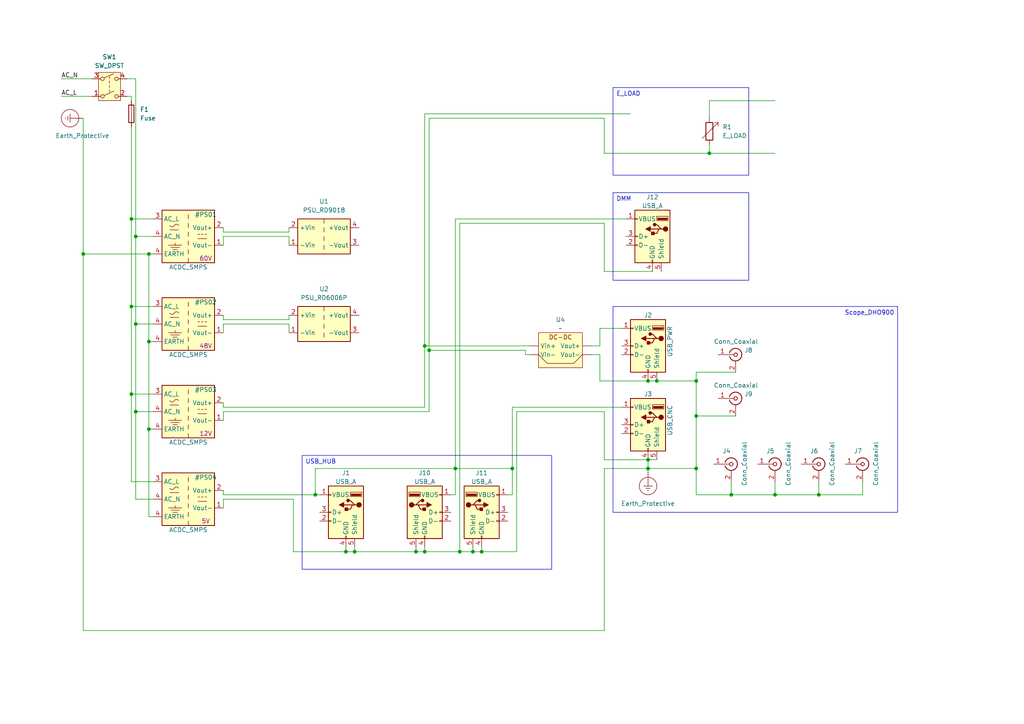
<source format=kicad_sch>
(kicad_sch
	(version 20231120)
	(generator "eeschema")
	(generator_version "8.0")
	(uuid "1f21452a-0f50-46bb-912d-243a8c8266cb")
	(paper "A4")
	(lib_symbols
		(symbol "Connector:Conn_Coaxial"
			(pin_names
				(offset 1.016) hide)
			(exclude_from_sim no)
			(in_bom yes)
			(on_board yes)
			(property "Reference" "J"
				(at 0.254 3.048 0)
				(effects
					(font
						(size 1.27 1.27)
					)
				)
			)
			(property "Value" "Conn_Coaxial"
				(at 2.921 0 90)
				(effects
					(font
						(size 1.27 1.27)
					)
				)
			)
			(property "Footprint" ""
				(at 0 0 0)
				(effects
					(font
						(size 1.27 1.27)
					)
					(hide yes)
				)
			)
			(property "Datasheet" " ~"
				(at 0 0 0)
				(effects
					(font
						(size 1.27 1.27)
					)
					(hide yes)
				)
			)
			(property "Description" "coaxial connector (BNC, SMA, SMB, SMC, Cinch/RCA, LEMO, ...)"
				(at 0 0 0)
				(effects
					(font
						(size 1.27 1.27)
					)
					(hide yes)
				)
			)
			(property "ki_keywords" "BNC SMA SMB SMC LEMO coaxial connector CINCH RCA MCX MMCX U.FL UMRF"
				(at 0 0 0)
				(effects
					(font
						(size 1.27 1.27)
					)
					(hide yes)
				)
			)
			(property "ki_fp_filters" "*BNC* *SMA* *SMB* *SMC* *Cinch* *LEMO* *UMRF* *MCX* *U.FL*"
				(at 0 0 0)
				(effects
					(font
						(size 1.27 1.27)
					)
					(hide yes)
				)
			)
			(symbol "Conn_Coaxial_0_1"
				(arc
					(start -1.778 -0.508)
					(mid 0.2311 -1.8066)
					(end 1.778 0)
					(stroke
						(width 0.254)
						(type default)
					)
					(fill
						(type none)
					)
				)
				(polyline
					(pts
						(xy -2.54 0) (xy -0.508 0)
					)
					(stroke
						(width 0)
						(type default)
					)
					(fill
						(type none)
					)
				)
				(polyline
					(pts
						(xy 0 -2.54) (xy 0 -1.778)
					)
					(stroke
						(width 0)
						(type default)
					)
					(fill
						(type none)
					)
				)
				(circle
					(center 0 0)
					(radius 0.508)
					(stroke
						(width 0.2032)
						(type default)
					)
					(fill
						(type none)
					)
				)
				(arc
					(start 1.778 0)
					(mid 0.2099 1.8101)
					(end -1.778 0.508)
					(stroke
						(width 0.254)
						(type default)
					)
					(fill
						(type none)
					)
				)
			)
			(symbol "Conn_Coaxial_1_1"
				(pin passive line
					(at -5.08 0 0)
					(length 2.54)
					(name "In"
						(effects
							(font
								(size 1.27 1.27)
							)
						)
					)
					(number "1"
						(effects
							(font
								(size 1.27 1.27)
							)
						)
					)
				)
				(pin passive line
					(at 0 -5.08 90)
					(length 2.54)
					(name "Ext"
						(effects
							(font
								(size 1.27 1.27)
							)
						)
					)
					(number "2"
						(effects
							(font
								(size 1.27 1.27)
							)
						)
					)
				)
			)
		)
		(symbol "Connector:USB_A"
			(pin_names
				(offset 1.016)
			)
			(exclude_from_sim no)
			(in_bom yes)
			(on_board yes)
			(property "Reference" "J"
				(at -5.08 11.43 0)
				(effects
					(font
						(size 1.27 1.27)
					)
					(justify left)
				)
			)
			(property "Value" "USB_A"
				(at -5.08 8.89 0)
				(effects
					(font
						(size 1.27 1.27)
					)
					(justify left)
				)
			)
			(property "Footprint" ""
				(at 3.81 -1.27 0)
				(effects
					(font
						(size 1.27 1.27)
					)
					(hide yes)
				)
			)
			(property "Datasheet" " ~"
				(at 3.81 -1.27 0)
				(effects
					(font
						(size 1.27 1.27)
					)
					(hide yes)
				)
			)
			(property "Description" "USB Type A connector"
				(at 0 0 0)
				(effects
					(font
						(size 1.27 1.27)
					)
					(hide yes)
				)
			)
			(property "ki_keywords" "connector USB"
				(at 0 0 0)
				(effects
					(font
						(size 1.27 1.27)
					)
					(hide yes)
				)
			)
			(property "ki_fp_filters" "USB*"
				(at 0 0 0)
				(effects
					(font
						(size 1.27 1.27)
					)
					(hide yes)
				)
			)
			(symbol "USB_A_0_1"
				(rectangle
					(start -5.08 -7.62)
					(end 5.08 7.62)
					(stroke
						(width 0.254)
						(type default)
					)
					(fill
						(type background)
					)
				)
				(circle
					(center -3.81 2.159)
					(radius 0.635)
					(stroke
						(width 0.254)
						(type default)
					)
					(fill
						(type outline)
					)
				)
				(rectangle
					(start -1.524 4.826)
					(end -4.318 5.334)
					(stroke
						(width 0)
						(type default)
					)
					(fill
						(type outline)
					)
				)
				(rectangle
					(start -1.27 4.572)
					(end -4.572 5.842)
					(stroke
						(width 0)
						(type default)
					)
					(fill
						(type none)
					)
				)
				(circle
					(center -0.635 3.429)
					(radius 0.381)
					(stroke
						(width 0.254)
						(type default)
					)
					(fill
						(type outline)
					)
				)
				(rectangle
					(start -0.127 -7.62)
					(end 0.127 -6.858)
					(stroke
						(width 0)
						(type default)
					)
					(fill
						(type none)
					)
				)
				(polyline
					(pts
						(xy -3.175 2.159) (xy -2.54 2.159) (xy -1.27 3.429) (xy -0.635 3.429)
					)
					(stroke
						(width 0.254)
						(type default)
					)
					(fill
						(type none)
					)
				)
				(polyline
					(pts
						(xy -2.54 2.159) (xy -1.905 2.159) (xy -1.27 0.889) (xy 0 0.889)
					)
					(stroke
						(width 0.254)
						(type default)
					)
					(fill
						(type none)
					)
				)
				(polyline
					(pts
						(xy 0.635 2.794) (xy 0.635 1.524) (xy 1.905 2.159) (xy 0.635 2.794)
					)
					(stroke
						(width 0.254)
						(type default)
					)
					(fill
						(type outline)
					)
				)
				(rectangle
					(start 0.254 1.27)
					(end -0.508 0.508)
					(stroke
						(width 0.254)
						(type default)
					)
					(fill
						(type outline)
					)
				)
				(rectangle
					(start 5.08 -2.667)
					(end 4.318 -2.413)
					(stroke
						(width 0)
						(type default)
					)
					(fill
						(type none)
					)
				)
				(rectangle
					(start 5.08 -0.127)
					(end 4.318 0.127)
					(stroke
						(width 0)
						(type default)
					)
					(fill
						(type none)
					)
				)
				(rectangle
					(start 5.08 4.953)
					(end 4.318 5.207)
					(stroke
						(width 0)
						(type default)
					)
					(fill
						(type none)
					)
				)
			)
			(symbol "USB_A_1_1"
				(polyline
					(pts
						(xy -1.905 2.159) (xy 0.635 2.159)
					)
					(stroke
						(width 0.254)
						(type default)
					)
					(fill
						(type none)
					)
				)
				(pin power_in line
					(at 7.62 5.08 180)
					(length 2.54)
					(name "VBUS"
						(effects
							(font
								(size 1.27 1.27)
							)
						)
					)
					(number "1"
						(effects
							(font
								(size 1.27 1.27)
							)
						)
					)
				)
				(pin bidirectional line
					(at 7.62 -2.54 180)
					(length 2.54)
					(name "D-"
						(effects
							(font
								(size 1.27 1.27)
							)
						)
					)
					(number "2"
						(effects
							(font
								(size 1.27 1.27)
							)
						)
					)
				)
				(pin bidirectional line
					(at 7.62 0 180)
					(length 2.54)
					(name "D+"
						(effects
							(font
								(size 1.27 1.27)
							)
						)
					)
					(number "3"
						(effects
							(font
								(size 1.27 1.27)
							)
						)
					)
				)
				(pin power_in line
					(at 0 -10.16 90)
					(length 2.54)
					(name "GND"
						(effects
							(font
								(size 1.27 1.27)
							)
						)
					)
					(number "4"
						(effects
							(font
								(size 1.27 1.27)
							)
						)
					)
				)
				(pin passive line
					(at -2.54 -10.16 90)
					(length 2.54)
					(name "Shield"
						(effects
							(font
								(size 1.27 1.27)
							)
						)
					)
					(number "5"
						(effects
							(font
								(size 1.27 1.27)
							)
						)
					)
				)
			)
		)
		(symbol "Converter_DCDC:TMU3-0511"
			(exclude_from_sim no)
			(in_bom yes)
			(on_board yes)
			(property "Reference" "U"
				(at -6.35 6.35 0)
				(effects
					(font
						(size 1.27 1.27)
					)
				)
			)
			(property "Value" "TMU3-0511"
				(at 2.54 6.35 0)
				(effects
					(font
						(size 1.27 1.27)
					)
				)
			)
			(property "Footprint" "Converter_DCDC:Converter_DCDC_TRACO_TMU3-05xx_12xx_THT"
				(at 0 -6.35 0)
				(effects
					(font
						(size 1.27 1.27)
					)
					(hide yes)
				)
			)
			(property "Datasheet" "https://www.tracopower.com/products/tmu3.pdf"
				(at 0 -8.89 0)
				(effects
					(font
						(size 1.27 1.27)
					)
					(hide yes)
				)
			)
			(property "Description" "3W DC/DC converter unregulated, 4.5-5.5V input, 5V output voltage, 600mA output, 1.5kVDC isolation, SIP-4"
				(at 0 0 0)
				(effects
					(font
						(size 1.27 1.27)
					)
					(hide yes)
				)
			)
			(property "ki_keywords" "Traco isolated isolation dc-dc converter not-regulated non-regulated single 3W"
				(at 0 0 0)
				(effects
					(font
						(size 1.27 1.27)
					)
					(hide yes)
				)
			)
			(property "ki_fp_filters" "Converter*DCDC*TRACO*TMU3*05xx*12xx*THT*"
				(at 0 0 0)
				(effects
					(font
						(size 1.27 1.27)
					)
					(hide yes)
				)
			)
			(symbol "TMU3-0511_0_0"
				(pin power_in line
					(at -10.16 -2.54 0)
					(length 2.54)
					(name "-Vin"
						(effects
							(font
								(size 1.27 1.27)
							)
						)
					)
					(number "1"
						(effects
							(font
								(size 1.27 1.27)
							)
						)
					)
				)
				(pin power_in line
					(at -10.16 2.54 0)
					(length 2.54)
					(name "+Vin"
						(effects
							(font
								(size 1.27 1.27)
							)
						)
					)
					(number "2"
						(effects
							(font
								(size 1.27 1.27)
							)
						)
					)
				)
				(pin power_out line
					(at 10.16 -2.54 180)
					(length 2.54)
					(name "-Vout"
						(effects
							(font
								(size 1.27 1.27)
							)
						)
					)
					(number "3"
						(effects
							(font
								(size 1.27 1.27)
							)
						)
					)
				)
				(pin power_out line
					(at 10.16 2.54 180)
					(length 2.54)
					(name "+Vout"
						(effects
							(font
								(size 1.27 1.27)
							)
						)
					)
					(number "4"
						(effects
							(font
								(size 1.27 1.27)
							)
						)
					)
				)
			)
			(symbol "TMU3-0511_0_1"
				(rectangle
					(start -7.62 5.08)
					(end 7.62 -5.08)
					(stroke
						(width 0.254)
						(type default)
					)
					(fill
						(type background)
					)
				)
				(polyline
					(pts
						(xy 0 -2.54) (xy 0 -3.81)
					)
					(stroke
						(width 0)
						(type default)
					)
					(fill
						(type none)
					)
				)
				(polyline
					(pts
						(xy 0 0) (xy 0 -1.27)
					)
					(stroke
						(width 0)
						(type default)
					)
					(fill
						(type none)
					)
				)
				(polyline
					(pts
						(xy 0 2.54) (xy 0 1.27)
					)
					(stroke
						(width 0)
						(type default)
					)
					(fill
						(type none)
					)
				)
				(polyline
					(pts
						(xy 0 5.08) (xy 0 3.81)
					)
					(stroke
						(width 0)
						(type default)
					)
					(fill
						(type none)
					)
				)
			)
		)
		(symbol "Device:Fuse"
			(pin_numbers hide)
			(pin_names
				(offset 0)
			)
			(exclude_from_sim no)
			(in_bom yes)
			(on_board yes)
			(property "Reference" "F"
				(at 2.032 0 90)
				(effects
					(font
						(size 1.27 1.27)
					)
				)
			)
			(property "Value" "Fuse"
				(at -1.905 0 90)
				(effects
					(font
						(size 1.27 1.27)
					)
				)
			)
			(property "Footprint" ""
				(at -1.778 0 90)
				(effects
					(font
						(size 1.27 1.27)
					)
					(hide yes)
				)
			)
			(property "Datasheet" "~"
				(at 0 0 0)
				(effects
					(font
						(size 1.27 1.27)
					)
					(hide yes)
				)
			)
			(property "Description" "Fuse"
				(at 0 0 0)
				(effects
					(font
						(size 1.27 1.27)
					)
					(hide yes)
				)
			)
			(property "ki_keywords" "fuse"
				(at 0 0 0)
				(effects
					(font
						(size 1.27 1.27)
					)
					(hide yes)
				)
			)
			(property "ki_fp_filters" "*Fuse*"
				(at 0 0 0)
				(effects
					(font
						(size 1.27 1.27)
					)
					(hide yes)
				)
			)
			(symbol "Fuse_0_1"
				(rectangle
					(start -0.762 -2.54)
					(end 0.762 2.54)
					(stroke
						(width 0.254)
						(type default)
					)
					(fill
						(type none)
					)
				)
				(polyline
					(pts
						(xy 0 2.54) (xy 0 -2.54)
					)
					(stroke
						(width 0)
						(type default)
					)
					(fill
						(type none)
					)
				)
			)
			(symbol "Fuse_1_1"
				(pin passive line
					(at 0 3.81 270)
					(length 1.27)
					(name "~"
						(effects
							(font
								(size 1.27 1.27)
							)
						)
					)
					(number "1"
						(effects
							(font
								(size 1.27 1.27)
							)
						)
					)
				)
				(pin passive line
					(at 0 -3.81 90)
					(length 1.27)
					(name "~"
						(effects
							(font
								(size 1.27 1.27)
							)
						)
					)
					(number "2"
						(effects
							(font
								(size 1.27 1.27)
							)
						)
					)
				)
			)
		)
		(symbol "Device:R_Variable"
			(pin_numbers hide)
			(pin_names
				(offset 0)
			)
			(exclude_from_sim no)
			(in_bom yes)
			(on_board yes)
			(property "Reference" "R"
				(at 2.54 -2.54 90)
				(effects
					(font
						(size 1.27 1.27)
					)
					(justify left)
				)
			)
			(property "Value" "R_Variable"
				(at -2.54 -1.27 90)
				(effects
					(font
						(size 1.27 1.27)
					)
					(justify left)
				)
			)
			(property "Footprint" ""
				(at -1.778 0 90)
				(effects
					(font
						(size 1.27 1.27)
					)
					(hide yes)
				)
			)
			(property "Datasheet" "~"
				(at 0 0 0)
				(effects
					(font
						(size 1.27 1.27)
					)
					(hide yes)
				)
			)
			(property "Description" "Variable resistor"
				(at 0 0 0)
				(effects
					(font
						(size 1.27 1.27)
					)
					(hide yes)
				)
			)
			(property "ki_keywords" "R res resistor variable potentiometer rheostat"
				(at 0 0 0)
				(effects
					(font
						(size 1.27 1.27)
					)
					(hide yes)
				)
			)
			(property "ki_fp_filters" "R_*"
				(at 0 0 0)
				(effects
					(font
						(size 1.27 1.27)
					)
					(hide yes)
				)
			)
			(symbol "R_Variable_0_1"
				(rectangle
					(start -1.016 -2.54)
					(end 1.016 2.54)
					(stroke
						(width 0.254)
						(type default)
					)
					(fill
						(type none)
					)
				)
				(polyline
					(pts
						(xy 2.54 1.524) (xy 2.54 2.54) (xy 1.524 2.54) (xy 2.54 2.54) (xy -2.032 -2.032)
					)
					(stroke
						(width 0)
						(type default)
					)
					(fill
						(type none)
					)
				)
			)
			(symbol "R_Variable_1_1"
				(pin passive line
					(at 0 3.81 270)
					(length 1.27)
					(name "~"
						(effects
							(font
								(size 1.27 1.27)
							)
						)
					)
					(number "1"
						(effects
							(font
								(size 1.27 1.27)
							)
						)
					)
				)
				(pin passive line
					(at 0 -3.81 90)
					(length 1.27)
					(name "~"
						(effects
							(font
								(size 1.27 1.27)
							)
						)
					)
					(number "2"
						(effects
							(font
								(size 1.27 1.27)
							)
						)
					)
				)
			)
		)
		(symbol "Switch:SW_DPST"
			(pin_names
				(offset 0) hide)
			(exclude_from_sim no)
			(in_bom yes)
			(on_board yes)
			(property "Reference" "SW"
				(at 0 6.35 0)
				(effects
					(font
						(size 1.27 1.27)
					)
				)
			)
			(property "Value" "SW_DPST"
				(at 0 -5.08 0)
				(effects
					(font
						(size 1.27 1.27)
					)
				)
			)
			(property "Footprint" ""
				(at 0 0 0)
				(effects
					(font
						(size 1.27 1.27)
					)
					(hide yes)
				)
			)
			(property "Datasheet" "~"
				(at 0 0 0)
				(effects
					(font
						(size 1.27 1.27)
					)
					(hide yes)
				)
			)
			(property "Description" "Double Pole Single Throw (DPST) Switch"
				(at 0 0 0)
				(effects
					(font
						(size 1.27 1.27)
					)
					(hide yes)
				)
			)
			(property "ki_keywords" "switch dual double-pole single-throw OFF-ON"
				(at 0 0 0)
				(effects
					(font
						(size 1.27 1.27)
					)
					(hide yes)
				)
			)
			(symbol "SW_DPST_0_0"
				(circle
					(center -2.032 -2.54)
					(radius 0.508)
					(stroke
						(width 0)
						(type default)
					)
					(fill
						(type none)
					)
				)
				(circle
					(center -2.032 2.54)
					(radius 0.508)
					(stroke
						(width 0)
						(type default)
					)
					(fill
						(type none)
					)
				)
				(polyline
					(pts
						(xy -1.524 -2.286) (xy 1.27 -1.016)
					)
					(stroke
						(width 0)
						(type default)
					)
					(fill
						(type none)
					)
				)
				(polyline
					(pts
						(xy -1.524 2.794) (xy 1.27 4.064)
					)
					(stroke
						(width 0)
						(type default)
					)
					(fill
						(type none)
					)
				)
				(polyline
					(pts
						(xy 0 -1.27) (xy 0 -0.635)
					)
					(stroke
						(width 0)
						(type default)
					)
					(fill
						(type none)
					)
				)
				(polyline
					(pts
						(xy 0 0) (xy 0 0.635)
					)
					(stroke
						(width 0)
						(type default)
					)
					(fill
						(type none)
					)
				)
				(polyline
					(pts
						(xy 0 1.27) (xy 0 1.905)
					)
					(stroke
						(width 0)
						(type default)
					)
					(fill
						(type none)
					)
				)
				(polyline
					(pts
						(xy 0 2.54) (xy 0 3.175)
					)
					(stroke
						(width 0)
						(type default)
					)
					(fill
						(type none)
					)
				)
				(circle
					(center 2.032 -2.54)
					(radius 0.508)
					(stroke
						(width 0)
						(type default)
					)
					(fill
						(type none)
					)
				)
				(circle
					(center 2.032 2.54)
					(radius 0.508)
					(stroke
						(width 0)
						(type default)
					)
					(fill
						(type none)
					)
				)
			)
			(symbol "SW_DPST_1_1"
				(rectangle
					(start -3.175 4.445)
					(end 3.175 -3.81)
					(stroke
						(width 0)
						(type default)
					)
					(fill
						(type background)
					)
				)
				(pin passive line
					(at -5.08 -2.54 0)
					(length 2.54)
					(name "1"
						(effects
							(font
								(size 1.27 1.27)
							)
						)
					)
					(number "1"
						(effects
							(font
								(size 1.27 1.27)
							)
						)
					)
				)
				(pin passive line
					(at 5.08 -2.54 180)
					(length 2.54)
					(name "2"
						(effects
							(font
								(size 1.27 1.27)
							)
						)
					)
					(number "2"
						(effects
							(font
								(size 1.27 1.27)
							)
						)
					)
				)
				(pin passive line
					(at -5.08 2.54 0)
					(length 2.54)
					(name "3"
						(effects
							(font
								(size 1.27 1.27)
							)
						)
					)
					(number "3"
						(effects
							(font
								(size 1.27 1.27)
							)
						)
					)
				)
				(pin passive line
					(at 5.08 2.54 180)
					(length 2.54)
					(name "4"
						(effects
							(font
								(size 1.27 1.27)
							)
						)
					)
					(number "4"
						(effects
							(font
								(size 1.27 1.27)
							)
						)
					)
				)
			)
		)
		(symbol "knio:ACDC_SMPS"
			(power)
			(exclude_from_sim no)
			(in_bom no)
			(on_board no)
			(property "Reference" "PS"
				(at 3.556 5.842 0)
				(effects
					(font
						(size 1.27 1.27)
					)
				)
			)
			(property "Value" "ACDC_SMPS"
				(at 0 -8.89 0)
				(effects
					(font
						(size 1.27 1.27)
					)
				)
			)
			(property "Footprint" ""
				(at 0.254 -1.27 0)
				(effects
					(font
						(size 1.27 1.27)
					)
					(hide yes)
				)
			)
			(property "Datasheet" ""
				(at 0.254 -1.27 0)
				(effects
					(font
						(size 1.27 1.27)
					)
					(hide yes)
				)
			)
			(property "Description" ""
				(at 0.254 -1.27 0)
				(effects
					(font
						(size 1.27 1.27)
					)
					(hide yes)
				)
			)
			(property "Vout" "~"
				(at 3.81 -5.08 0)
				(effects
					(font
						(size 1.27 1.27)
					)
				)
			)
			(symbol "ACDC_SMPS_0_1"
				(rectangle
					(start -7.62 7.62)
					(end 7.62 -7.62)
					(stroke
						(width 0.254)
						(type default)
					)
					(fill
						(type background)
					)
				)
				(arc
					(start -5.334 3.175)
					(mid -4.699 2.7895)
					(end -4.064 3.175)
					(stroke
						(width 0)
						(type default)
					)
					(fill
						(type none)
					)
				)
				(arc
					(start -2.794 3.175)
					(mid -3.429 3.5472)
					(end -4.064 3.175)
					(stroke
						(width 0)
						(type default)
					)
					(fill
						(type none)
					)
				)
				(polyline
					(pts
						(xy -5.334 1.905) (xy -2.794 1.905)
					)
					(stroke
						(width 0)
						(type default)
					)
					(fill
						(type none)
					)
				)
				(polyline
					(pts
						(xy -5.08 -3.175) (xy -2.54 -3.175)
					)
					(stroke
						(width 0)
						(type default)
					)
					(fill
						(type none)
					)
				)
				(polyline
					(pts
						(xy -4.445 -3.81) (xy -3.175 -3.81)
					)
					(stroke
						(width 0)
						(type default)
					)
					(fill
						(type none)
					)
				)
				(polyline
					(pts
						(xy -3.81 -1.905) (xy -3.81 -2.54)
					)
					(stroke
						(width 0)
						(type default)
					)
					(fill
						(type none)
					)
				)
				(polyline
					(pts
						(xy -1.905 -2.54) (xy -5.715 -2.54)
					)
					(stroke
						(width 0)
						(type default)
					)
					(fill
						(type none)
					)
				)
				(polyline
					(pts
						(xy 0 -6.35) (xy 0 -7.62)
					)
					(stroke
						(width 0)
						(type default)
					)
					(fill
						(type none)
					)
				)
				(polyline
					(pts
						(xy 0 -3.81) (xy 0 -5.08)
					)
					(stroke
						(width 0)
						(type default)
					)
					(fill
						(type none)
					)
				)
				(polyline
					(pts
						(xy 0 -1.27) (xy 0 -2.54)
					)
					(stroke
						(width 0)
						(type default)
					)
					(fill
						(type none)
					)
				)
				(polyline
					(pts
						(xy 0 1.27) (xy 0 0)
					)
					(stroke
						(width 0)
						(type default)
					)
					(fill
						(type none)
					)
				)
				(polyline
					(pts
						(xy 0 3.81) (xy 0 2.54)
					)
					(stroke
						(width 0)
						(type default)
					)
					(fill
						(type none)
					)
				)
				(polyline
					(pts
						(xy 0 6.35) (xy 0 5.08)
					)
					(stroke
						(width 0)
						(type default)
					)
					(fill
						(type none)
					)
				)
				(polyline
					(pts
						(xy 2.794 -0.635) (xy 5.334 -0.635)
					)
					(stroke
						(width 0)
						(type default)
					)
					(fill
						(type none)
					)
				)
				(polyline
					(pts
						(xy 2.794 0.635) (xy 3.302 0.635)
					)
					(stroke
						(width 0)
						(type default)
					)
					(fill
						(type none)
					)
				)
				(polyline
					(pts
						(xy 3.81 0.635) (xy 4.318 0.635)
					)
					(stroke
						(width 0)
						(type default)
					)
					(fill
						(type none)
					)
				)
				(polyline
					(pts
						(xy 4.826 0.635) (xy 5.334 0.635)
					)
					(stroke
						(width 0)
						(type default)
					)
					(fill
						(type none)
					)
				)
			)
			(symbol "ACDC_SMPS_1_1"
				(pin power_out line
					(at 10.16 -2.54 180)
					(length 2.54)
					(name "Vout-"
						(effects
							(font
								(size 1.27 1.27)
							)
						)
					)
					(number "1"
						(effects
							(font
								(size 1.27 1.27)
							)
						)
					)
				)
				(pin power_out line
					(at 10.16 2.54 180)
					(length 2.54)
					(name "Vout+"
						(effects
							(font
								(size 1.27 1.27)
							)
						)
					)
					(number "2"
						(effects
							(font
								(size 1.27 1.27)
							)
						)
					)
				)
				(pin power_in line
					(at -10.16 5.08 0)
					(length 2.54)
					(name "AC_L"
						(effects
							(font
								(size 1.27 1.27)
							)
						)
					)
					(number "3"
						(effects
							(font
								(size 1.27 1.27)
							)
						)
					)
				)
				(pin power_in line
					(at -10.16 0 0)
					(length 2.54)
					(name "AC_N"
						(effects
							(font
								(size 1.27 1.27)
							)
						)
					)
					(number "4"
						(effects
							(font
								(size 1.27 1.27)
							)
						)
					)
				)
				(pin power_in line
					(at -10.16 -5.08 0)
					(length 2.54)
					(name "EARTH"
						(effects
							(font
								(size 1.27 1.27)
							)
						)
					)
					(number "4"
						(effects
							(font
								(size 1.27 1.27)
							)
						)
					)
				)
			)
		)
		(symbol "knio:DCDC"
			(exclude_from_sim no)
			(in_bom yes)
			(on_board yes)
			(property "Reference" "U"
				(at 0 7.62 0)
				(effects
					(font
						(size 1.27 1.27)
					)
				)
			)
			(property "Value" ""
				(at -2.54 1.27 0)
				(effects
					(font
						(size 1.27 1.27)
					)
				)
			)
			(property "Footprint" ""
				(at -2.54 1.27 0)
				(effects
					(font
						(size 1.27 1.27)
					)
					(hide yes)
				)
			)
			(property "Datasheet" ""
				(at -2.54 1.27 0)
				(effects
					(font
						(size 1.27 1.27)
					)
					(hide yes)
				)
			)
			(property "Description" ""
				(at -2.54 1.27 0)
				(effects
					(font
						(size 1.27 1.27)
					)
					(hide yes)
				)
			)
			(symbol "DCDC_1_1"
				(rectangle
					(start -6.35 5.08)
					(end 6.35 -5.08)
					(stroke
						(width 0)
						(type default)
					)
					(fill
						(type background)
					)
				)
				(polyline
					(pts
						(xy -6.35 -1.27) (xy -3.81 -3.81) (xy 3.81 -3.81) (xy 6.35 -1.27)
					)
					(stroke
						(width 0)
						(type default)
					)
					(fill
						(type none)
					)
				)
				(text "DC-DC"
					(at 0 3.81 0)
					(effects
						(font
							(size 1.27 1.27)
						)
					)
				)
				(pin power_in line
					(at -8.89 1.27 0)
					(length 2.54)
					(name "Vin+"
						(effects
							(font
								(size 1.27 1.27)
							)
						)
					)
					(number ""
						(effects
							(font
								(size 1.27 1.27)
							)
						)
					)
				)
				(pin power_in line
					(at -8.89 -1.27 0)
					(length 2.54)
					(name "Vin-"
						(effects
							(font
								(size 1.27 1.27)
							)
						)
					)
					(number ""
						(effects
							(font
								(size 1.27 1.27)
							)
						)
					)
				)
				(pin power_out line
					(at 8.89 1.27 180)
					(length 2.54)
					(name "Vout+"
						(effects
							(font
								(size 1.27 1.27)
							)
						)
					)
					(number ""
						(effects
							(font
								(size 1.27 1.27)
							)
						)
					)
				)
				(pin power_out line
					(at 8.89 -1.27 180)
					(length 2.54)
					(name "Vout-"
						(effects
							(font
								(size 1.27 1.27)
							)
						)
					)
					(number ""
						(effects
							(font
								(size 1.27 1.27)
							)
						)
					)
				)
			)
		)
		(symbol "power:Earth_Protective"
			(power)
			(pin_numbers hide)
			(pin_names
				(offset 0) hide)
			(exclude_from_sim no)
			(in_bom yes)
			(on_board yes)
			(property "Reference" "#PWR"
				(at 0 -10.16 0)
				(effects
					(font
						(size 1.27 1.27)
					)
					(hide yes)
				)
			)
			(property "Value" "Earth_Protective"
				(at 0 -7.62 0)
				(effects
					(font
						(size 1.27 1.27)
					)
				)
			)
			(property "Footprint" ""
				(at 0 -2.54 0)
				(effects
					(font
						(size 1.27 1.27)
					)
					(hide yes)
				)
			)
			(property "Datasheet" "~"
				(at 0 -2.54 0)
				(effects
					(font
						(size 1.27 1.27)
					)
					(hide yes)
				)
			)
			(property "Description" "Power symbol creates a global label with name \"Earth_Protective\""
				(at 0 0 0)
				(effects
					(font
						(size 1.27 1.27)
					)
					(hide yes)
				)
			)
			(property "ki_keywords" "global ground gnd clean"
				(at 0 0 0)
				(effects
					(font
						(size 1.27 1.27)
					)
					(hide yes)
				)
			)
			(symbol "Earth_Protective_0_1"
				(circle
					(center 0 -3.81)
					(radius 2.54)
					(stroke
						(width 0)
						(type default)
					)
					(fill
						(type none)
					)
				)
				(polyline
					(pts
						(xy -0.635 -4.445) (xy 0.635 -4.445)
					)
					(stroke
						(width 0)
						(type default)
					)
					(fill
						(type none)
					)
				)
				(polyline
					(pts
						(xy -0.127 -5.08) (xy 0.127 -5.08)
					)
					(stroke
						(width 0)
						(type default)
					)
					(fill
						(type none)
					)
				)
				(polyline
					(pts
						(xy 0 -3.81) (xy 0 0)
					)
					(stroke
						(width 0)
						(type default)
					)
					(fill
						(type none)
					)
				)
				(polyline
					(pts
						(xy 1.27 -3.81) (xy -1.27 -3.81)
					)
					(stroke
						(width 0)
						(type default)
					)
					(fill
						(type none)
					)
				)
			)
			(symbol "Earth_Protective_1_1"
				(pin power_in line
					(at 0 0 270)
					(length 0)
					(name "~"
						(effects
							(font
								(size 1.27 1.27)
							)
						)
					)
					(number "1"
						(effects
							(font
								(size 1.27 1.27)
							)
						)
					)
				)
			)
		)
	)
	(junction
		(at 39.37 93.98)
		(diameter 0)
		(color 0 0 0 0)
		(uuid "0813985e-8040-4b13-bd84-81ac0d5d405b")
	)
	(junction
		(at 43.18 73.66)
		(diameter 0)
		(color 0 0 0 0)
		(uuid "1d900ac0-2795-439c-a06d-fdb831b4c491")
	)
	(junction
		(at 38.1 88.9)
		(diameter 0)
		(color 0 0 0 0)
		(uuid "1d9e56cf-03d7-44ff-9aad-80edbbc32d4d")
	)
	(junction
		(at 100.33 160.02)
		(diameter 0)
		(color 0 0 0 0)
		(uuid "365cd8e1-9caf-4d10-ac35-cbd8b29320bb")
	)
	(junction
		(at 43.18 99.06)
		(diameter 0)
		(color 0 0 0 0)
		(uuid "37c9860b-b1c9-4b09-b716-780d57eb0c55")
	)
	(junction
		(at 212.09 143.51)
		(diameter 0)
		(color 0 0 0 0)
		(uuid "38a05302-449c-46c9-a109-e4b1045a418c")
	)
	(junction
		(at 139.7 160.02)
		(diameter 0)
		(color 0 0 0 0)
		(uuid "3cc0bc4a-0ffe-4c6e-944e-a8aa7bd59cd5")
	)
	(junction
		(at 38.1 63.5)
		(diameter 0)
		(color 0 0 0 0)
		(uuid "4a160798-54e5-440f-bda4-9202df1a27b6")
	)
	(junction
		(at 187.96 133.35)
		(diameter 0)
		(color 0 0 0 0)
		(uuid "4bb19923-2194-404a-b372-46e4f553f894")
	)
	(junction
		(at 190.5 110.49)
		(diameter 0)
		(color 0 0 0 0)
		(uuid "4d2e5aeb-5368-4c74-9597-e8bcd284b340")
	)
	(junction
		(at 38.1 114.3)
		(diameter 0)
		(color 0 0 0 0)
		(uuid "680cf7e8-ab45-4de5-a716-066068622c3b")
	)
	(junction
		(at 137.16 160.02)
		(diameter 0)
		(color 0 0 0 0)
		(uuid "6f8e6e92-6ac1-47a7-a133-3d07ae545beb")
	)
	(junction
		(at 91.44 143.51)
		(diameter 0)
		(color 0 0 0 0)
		(uuid "70cd85d4-3a41-476b-bcf3-7bdd79e33c3f")
	)
	(junction
		(at 39.37 119.38)
		(diameter 0)
		(color 0 0 0 0)
		(uuid "75bfbaf3-927a-4fea-8049-8473bb9b884e")
	)
	(junction
		(at 39.37 68.58)
		(diameter 0)
		(color 0 0 0 0)
		(uuid "89927d20-a3d5-4021-9f45-6200a99bc0df")
	)
	(junction
		(at 187.96 135.89)
		(diameter 0)
		(color 0 0 0 0)
		(uuid "9b854154-78b8-4241-8c5b-fb983ad1c047")
	)
	(junction
		(at 132.08 135.89)
		(diameter 0)
		(color 0 0 0 0)
		(uuid "a19fbce1-ea20-4f76-93fe-c89d5daeebe4")
	)
	(junction
		(at 205.74 44.45)
		(diameter 0)
		(color 0 0 0 0)
		(uuid "a2b361c9-02d7-4a4a-9827-163bbb7f7600")
	)
	(junction
		(at 43.18 124.46)
		(diameter 0)
		(color 0 0 0 0)
		(uuid "a3337b15-b69a-4087-9574-ef68c7129ec1")
	)
	(junction
		(at 201.93 135.89)
		(diameter 0)
		(color 0 0 0 0)
		(uuid "a379e2b4-ef41-4c48-aa3a-5c2f9cc9fc4e")
	)
	(junction
		(at 124.46 101.6)
		(diameter 0)
		(color 0 0 0 0)
		(uuid "a588a186-9dac-4c07-ae29-77fbd5e8b85c")
	)
	(junction
		(at 133.35 160.02)
		(diameter 0)
		(color 0 0 0 0)
		(uuid "b4939bc2-3129-4b15-8158-ccf5b9340de1")
	)
	(junction
		(at 148.59 135.89)
		(diameter 0)
		(color 0 0 0 0)
		(uuid "b4ed6f47-d132-4691-a97d-9d225ad0b626")
	)
	(junction
		(at 187.96 110.49)
		(diameter 0)
		(color 0 0 0 0)
		(uuid "bc376a30-74ae-440c-a167-0819fd67de92")
	)
	(junction
		(at 123.19 160.02)
		(diameter 0)
		(color 0 0 0 0)
		(uuid "c5447ebb-032f-449f-bdea-b0ab13d1cb35")
	)
	(junction
		(at 24.13 73.66)
		(diameter 0)
		(color 0 0 0 0)
		(uuid "c861ddb3-b1e7-494c-9bd7-851ea8d52abb")
	)
	(junction
		(at 201.93 110.49)
		(diameter 0)
		(color 0 0 0 0)
		(uuid "d7346041-bb75-464a-9792-4e691e08afa8")
	)
	(junction
		(at 237.49 143.51)
		(diameter 0)
		(color 0 0 0 0)
		(uuid "e0cc0ea0-6a7e-409e-b544-a26bf71b48e0")
	)
	(junction
		(at 120.65 160.02)
		(diameter 0)
		(color 0 0 0 0)
		(uuid "ead887be-af64-4084-8a50-05dfd01edc7e")
	)
	(junction
		(at 201.93 120.65)
		(diameter 0)
		(color 0 0 0 0)
		(uuid "ee6b436d-9cdf-4de7-907d-ca0062d231ba")
	)
	(junction
		(at 102.87 160.02)
		(diameter 0)
		(color 0 0 0 0)
		(uuid "f48fe209-3abf-496f-9004-cc183a6cc464")
	)
	(junction
		(at 123.19 100.33)
		(diameter 0)
		(color 0 0 0 0)
		(uuid "fbe4a77d-77ca-4c62-aef2-5deee3f8123e")
	)
	(junction
		(at 224.79 143.51)
		(diameter 0)
		(color 0 0 0 0)
		(uuid "fe2a9299-2bcd-4e16-9e4b-e410777775fc")
	)
	(wire
		(pts
			(xy 39.37 68.58) (xy 39.37 93.98)
		)
		(stroke
			(width 0)
			(type default)
		)
		(uuid "04e4bb38-9aa2-4aab-9421-10935cdb0c99")
	)
	(wire
		(pts
			(xy 148.59 118.11) (xy 180.34 118.11)
		)
		(stroke
			(width 0)
			(type default)
		)
		(uuid "069ca8ad-faf7-4f36-829d-d975deaa0cf4")
	)
	(wire
		(pts
			(xy 39.37 68.58) (xy 44.45 68.58)
		)
		(stroke
			(width 0)
			(type default)
		)
		(uuid "06d8200a-a8a8-41b2-aba9-c5a7d9dd6ee9")
	)
	(wire
		(pts
			(xy 64.77 144.78) (xy 85.09 144.78)
		)
		(stroke
			(width 0)
			(type default)
		)
		(uuid "0784a4bb-a918-4c6a-9d89-f508530323d2")
	)
	(wire
		(pts
			(xy 175.26 78.74) (xy 175.26 64.77)
		)
		(stroke
			(width 0)
			(type default)
		)
		(uuid "0a8264c9-8de5-4be8-b564-748293c0ba84")
	)
	(wire
		(pts
			(xy 148.59 143.51) (xy 147.32 143.51)
		)
		(stroke
			(width 0)
			(type default)
		)
		(uuid "0d4e18cb-4096-444d-801d-cfa0206b6fed")
	)
	(wire
		(pts
			(xy 38.1 63.5) (xy 44.45 63.5)
		)
		(stroke
			(width 0)
			(type default)
		)
		(uuid "157ea276-337c-469f-8a7f-8423eb9c1732")
	)
	(wire
		(pts
			(xy 237.49 143.51) (xy 250.19 143.51)
		)
		(stroke
			(width 0)
			(type default)
		)
		(uuid "18369d4d-fb81-47f7-9b2e-bef6f2c7e2f7")
	)
	(wire
		(pts
			(xy 173.99 95.25) (xy 180.34 95.25)
		)
		(stroke
			(width 0)
			(type default)
		)
		(uuid "19037be9-9ff6-4e6f-9a3d-74424d8c1361")
	)
	(wire
		(pts
			(xy 250.19 143.51) (xy 250.19 139.7)
		)
		(stroke
			(width 0)
			(type default)
		)
		(uuid "1a6a55fd-e33a-4e02-ac8c-95cbe3fba762")
	)
	(wire
		(pts
			(xy 24.13 73.66) (xy 24.13 182.88)
		)
		(stroke
			(width 0)
			(type default)
		)
		(uuid "1bca823c-8ab9-4cf7-a0c4-a6ad81ba6b85")
	)
	(wire
		(pts
			(xy 148.59 118.11) (xy 148.59 135.89)
		)
		(stroke
			(width 0)
			(type default)
		)
		(uuid "1bf67c52-0820-4e21-8685-1ab0bed19bcd")
	)
	(wire
		(pts
			(xy 224.79 143.51) (xy 237.49 143.51)
		)
		(stroke
			(width 0)
			(type default)
		)
		(uuid "1ed571f8-6712-49fc-a76c-d6c102347d1a")
	)
	(wire
		(pts
			(xy 187.96 133.35) (xy 190.5 133.35)
		)
		(stroke
			(width 0)
			(type default)
		)
		(uuid "2086607d-f34a-431b-8dba-2856e96325cf")
	)
	(wire
		(pts
			(xy 133.35 64.77) (xy 133.35 160.02)
		)
		(stroke
			(width 0)
			(type default)
		)
		(uuid "20acae5e-83cb-4816-8f75-b6d5f9ef4b50")
	)
	(wire
		(pts
			(xy 152.4 101.6) (xy 152.4 102.87)
		)
		(stroke
			(width 0)
			(type default)
		)
		(uuid "23fe134b-3a09-43dd-9653-d1f44a3fd054")
	)
	(wire
		(pts
			(xy 148.59 135.89) (xy 148.59 143.51)
		)
		(stroke
			(width 0)
			(type default)
		)
		(uuid "26e90d28-f4c0-46db-9cea-38e411ce00b4")
	)
	(wire
		(pts
			(xy 91.44 143.51) (xy 92.71 143.51)
		)
		(stroke
			(width 0)
			(type default)
		)
		(uuid "2752b809-853f-4d84-a9b6-dc93745a43e3")
	)
	(wire
		(pts
			(xy 64.77 142.24) (xy 64.77 143.51)
		)
		(stroke
			(width 0)
			(type default)
		)
		(uuid "27e0eb40-72b7-4738-bf58-941684433e38")
	)
	(wire
		(pts
			(xy 83.82 93.98) (xy 83.82 96.52)
		)
		(stroke
			(width 0)
			(type default)
		)
		(uuid "2826d73c-d18b-44f3-b4dd-7a8f80c60940")
	)
	(wire
		(pts
			(xy 39.37 22.86) (xy 36.83 22.86)
		)
		(stroke
			(width 0)
			(type default)
		)
		(uuid "29222551-3aa0-475f-a345-b52885ed0bd8")
	)
	(wire
		(pts
			(xy 38.1 114.3) (xy 38.1 139.7)
		)
		(stroke
			(width 0)
			(type default)
		)
		(uuid "29d82045-5c91-49b1-b552-6c5c3dfa6daf")
	)
	(wire
		(pts
			(xy 173.99 102.87) (xy 171.45 102.87)
		)
		(stroke
			(width 0)
			(type default)
		)
		(uuid "2ba2b753-706c-418e-86a8-f33110c1e562")
	)
	(wire
		(pts
			(xy 189.23 78.74) (xy 175.26 78.74)
		)
		(stroke
			(width 0)
			(type default)
		)
		(uuid "2d478ca7-0bcd-44c1-a125-86702163647c")
	)
	(wire
		(pts
			(xy 64.77 92.71) (xy 64.77 91.44)
		)
		(stroke
			(width 0)
			(type default)
		)
		(uuid "2d840505-f2b5-4e3b-8cea-9da08b5eb861")
	)
	(wire
		(pts
			(xy 124.46 101.6) (xy 124.46 34.29)
		)
		(stroke
			(width 0)
			(type default)
		)
		(uuid "2f12d77e-6615-4065-8fd2-8ca914f224b6")
	)
	(wire
		(pts
			(xy 173.99 110.49) (xy 173.99 102.87)
		)
		(stroke
			(width 0)
			(type default)
		)
		(uuid "2ff5d4ad-495e-4340-bcbd-1c0a8ae32341")
	)
	(wire
		(pts
			(xy 201.93 107.95) (xy 201.93 110.49)
		)
		(stroke
			(width 0)
			(type default)
		)
		(uuid "3076a152-b799-410d-b2b9-d5e799111c96")
	)
	(wire
		(pts
			(xy 123.19 100.33) (xy 123.19 118.11)
		)
		(stroke
			(width 0)
			(type default)
		)
		(uuid "3253ee62-e23c-41fb-b4cb-4c9ce3c0f705")
	)
	(wire
		(pts
			(xy 36.83 27.94) (xy 38.1 27.94)
		)
		(stroke
			(width 0)
			(type default)
		)
		(uuid "326e68c2-6e39-447e-a488-0c9eb518c8af")
	)
	(wire
		(pts
			(xy 139.7 160.02) (xy 149.86 160.02)
		)
		(stroke
			(width 0)
			(type default)
		)
		(uuid "353d1dd2-982c-479d-a4f2-cd5bff1f6956")
	)
	(wire
		(pts
			(xy 175.26 64.77) (xy 133.35 64.77)
		)
		(stroke
			(width 0)
			(type default)
		)
		(uuid "371ae5c3-9950-42b3-b33c-cb706adbde9b")
	)
	(wire
		(pts
			(xy 38.1 36.83) (xy 38.1 63.5)
		)
		(stroke
			(width 0)
			(type default)
		)
		(uuid "3b443be3-ceef-4227-89e6-92e03c7a2ee9")
	)
	(wire
		(pts
			(xy 201.93 120.65) (xy 213.36 120.65)
		)
		(stroke
			(width 0)
			(type default)
		)
		(uuid "3c6736a8-533f-43d8-932f-bacb0ba82eb9")
	)
	(wire
		(pts
			(xy 83.82 67.31) (xy 64.77 67.31)
		)
		(stroke
			(width 0)
			(type default)
		)
		(uuid "3df29fbe-852a-424f-8d2f-38958f9a7ea7")
	)
	(wire
		(pts
			(xy 213.36 107.95) (xy 201.93 107.95)
		)
		(stroke
			(width 0)
			(type default)
		)
		(uuid "40427575-9f3d-483e-8958-bbda7728b7ad")
	)
	(wire
		(pts
			(xy 91.44 135.89) (xy 132.08 135.89)
		)
		(stroke
			(width 0)
			(type default)
		)
		(uuid "411d5b8c-3326-4548-9e35-82e1f4e8fa34")
	)
	(wire
		(pts
			(xy 83.82 93.98) (xy 64.77 93.98)
		)
		(stroke
			(width 0)
			(type default)
		)
		(uuid "41984907-880f-4d24-9d94-df3491fce46f")
	)
	(wire
		(pts
			(xy 123.19 158.75) (xy 123.19 160.02)
		)
		(stroke
			(width 0)
			(type default)
		)
		(uuid "452002d1-b69f-4a3d-a640-e3ac12d7bfb1")
	)
	(wire
		(pts
			(xy 17.78 22.86) (xy 26.67 22.86)
		)
		(stroke
			(width 0)
			(type default)
		)
		(uuid "46fe3027-ab5a-4c92-a12e-860e24e58305")
	)
	(wire
		(pts
			(xy 124.46 34.29) (xy 175.26 34.29)
		)
		(stroke
			(width 0)
			(type default)
		)
		(uuid "480b99ee-72e1-4ca7-8a15-e7905b7b7a5b")
	)
	(wire
		(pts
			(xy 187.96 137.16) (xy 187.96 135.89)
		)
		(stroke
			(width 0)
			(type default)
		)
		(uuid "4863a673-0827-4e44-849b-3a5192682e7c")
	)
	(wire
		(pts
			(xy 175.26 34.29) (xy 175.26 44.45)
		)
		(stroke
			(width 0)
			(type default)
		)
		(uuid "4a41ba1d-a525-4163-a12d-92216939a095")
	)
	(wire
		(pts
			(xy 64.77 68.58) (xy 64.77 71.12)
		)
		(stroke
			(width 0)
			(type default)
		)
		(uuid "4ac862aa-01bd-4c04-a68e-f3ad507559a5")
	)
	(wire
		(pts
			(xy 100.33 160.02) (xy 85.09 160.02)
		)
		(stroke
			(width 0)
			(type default)
		)
		(uuid "4b8929dc-f908-4706-b199-6597328f4a46")
	)
	(wire
		(pts
			(xy 205.74 41.91) (xy 205.74 44.45)
		)
		(stroke
			(width 0)
			(type default)
		)
		(uuid "4ca83129-bead-405c-b2c6-ff278a9ec77c")
	)
	(wire
		(pts
			(xy 39.37 93.98) (xy 39.37 119.38)
		)
		(stroke
			(width 0)
			(type default)
		)
		(uuid "4d23c67e-c698-4ac4-a77a-c81ea3706974")
	)
	(wire
		(pts
			(xy 38.1 114.3) (xy 44.45 114.3)
		)
		(stroke
			(width 0)
			(type default)
		)
		(uuid "5088abae-0579-4196-bce3-34fbfb2c5085")
	)
	(wire
		(pts
			(xy 171.45 100.33) (xy 173.99 100.33)
		)
		(stroke
			(width 0)
			(type default)
		)
		(uuid "52911908-de29-4889-bac2-96e7794dc020")
	)
	(wire
		(pts
			(xy 17.78 27.94) (xy 26.67 27.94)
		)
		(stroke
			(width 0)
			(type default)
		)
		(uuid "5815d716-0eed-4087-b32e-a16246b888fe")
	)
	(wire
		(pts
			(xy 39.37 119.38) (xy 44.45 119.38)
		)
		(stroke
			(width 0)
			(type default)
		)
		(uuid "5ac3ec53-a63e-4ec1-b286-39cbdafd5d22")
	)
	(wire
		(pts
			(xy 64.77 67.31) (xy 64.77 66.04)
		)
		(stroke
			(width 0)
			(type default)
		)
		(uuid "5acac365-7f39-434f-975c-575557edca4c")
	)
	(wire
		(pts
			(xy 201.93 120.65) (xy 201.93 110.49)
		)
		(stroke
			(width 0)
			(type default)
		)
		(uuid "5bae2934-5e69-4830-a7d1-6c986cfedfad")
	)
	(wire
		(pts
			(xy 39.37 119.38) (xy 39.37 144.78)
		)
		(stroke
			(width 0)
			(type default)
		)
		(uuid "5d738c04-be77-4e17-8bb9-4f31ff8ccbf0")
	)
	(wire
		(pts
			(xy 43.18 99.06) (xy 44.45 99.06)
		)
		(stroke
			(width 0)
			(type default)
		)
		(uuid "612a7d69-9361-4492-a057-4b133380bccc")
	)
	(wire
		(pts
			(xy 64.77 119.38) (xy 124.46 119.38)
		)
		(stroke
			(width 0)
			(type default)
		)
		(uuid "61afb374-e58d-4a06-8391-b951fba9bf78")
	)
	(wire
		(pts
			(xy 123.19 160.02) (xy 133.35 160.02)
		)
		(stroke
			(width 0)
			(type default)
		)
		(uuid "6ab0a390-9095-4ab6-ac4c-c1d0bd20b9cd")
	)
	(wire
		(pts
			(xy 43.18 73.66) (xy 24.13 73.66)
		)
		(stroke
			(width 0)
			(type default)
		)
		(uuid "6b43b3d2-8ae6-4ee6-9be0-15c11ff0972c")
	)
	(wire
		(pts
			(xy 39.37 144.78) (xy 44.45 144.78)
		)
		(stroke
			(width 0)
			(type default)
		)
		(uuid "6e5aac9c-3e77-4ff4-acdd-9f33c910f1f7")
	)
	(wire
		(pts
			(xy 38.1 139.7) (xy 44.45 139.7)
		)
		(stroke
			(width 0)
			(type default)
		)
		(uuid "6e732312-f08d-45bd-a92c-2edfc376e805")
	)
	(wire
		(pts
			(xy 149.86 119.38) (xy 175.26 119.38)
		)
		(stroke
			(width 0)
			(type default)
		)
		(uuid "6e9a7cde-8579-482d-8859-b9570a822fa6")
	)
	(wire
		(pts
			(xy 175.26 135.89) (xy 187.96 135.89)
		)
		(stroke
			(width 0)
			(type default)
		)
		(uuid "6f3547cb-9271-489a-975f-7fbe3a13d106")
	)
	(wire
		(pts
			(xy 64.77 93.98) (xy 64.77 96.52)
		)
		(stroke
			(width 0)
			(type default)
		)
		(uuid "72d5db26-0a7c-443d-82c2-4d4963f020e2")
	)
	(wire
		(pts
			(xy 137.16 160.02) (xy 139.7 160.02)
		)
		(stroke
			(width 0)
			(type default)
		)
		(uuid "76b99e39-e71c-40c8-9275-0d2398d3ca75")
	)
	(wire
		(pts
			(xy 38.1 27.94) (xy 38.1 29.21)
		)
		(stroke
			(width 0)
			(type default)
		)
		(uuid "78e32085-757a-4668-8f52-628bc18e2210")
	)
	(wire
		(pts
			(xy 212.09 139.7) (xy 212.09 143.51)
		)
		(stroke
			(width 0)
			(type default)
		)
		(uuid "7b4a2211-7944-4f84-9ba6-79899a45b25b")
	)
	(wire
		(pts
			(xy 187.96 135.89) (xy 201.93 135.89)
		)
		(stroke
			(width 0)
			(type default)
		)
		(uuid "831ee8dc-d18c-4a30-91c4-fd5c88f0e6a0")
	)
	(wire
		(pts
			(xy 64.77 144.78) (xy 64.77 147.32)
		)
		(stroke
			(width 0)
			(type default)
		)
		(uuid "8340d1ad-3549-4362-9b19-72cf75675690")
	)
	(wire
		(pts
			(xy 100.33 160.02) (xy 102.87 160.02)
		)
		(stroke
			(width 0)
			(type default)
		)
		(uuid "83909885-dd35-4110-a03f-79ee779289ea")
	)
	(wire
		(pts
			(xy 201.93 135.89) (xy 201.93 120.65)
		)
		(stroke
			(width 0)
			(type default)
		)
		(uuid "8570a52c-bb2d-44a3-96ca-9127969f3614")
	)
	(wire
		(pts
			(xy 123.19 33.02) (xy 182.88 33.02)
		)
		(stroke
			(width 0)
			(type default)
		)
		(uuid "8705b3ed-dcf4-4bca-bbb8-b86b7f5cb45b")
	)
	(wire
		(pts
			(xy 64.77 118.11) (xy 64.77 116.84)
		)
		(stroke
			(width 0)
			(type default)
		)
		(uuid "89a98f08-13c2-4fc4-aef1-87d169422323")
	)
	(wire
		(pts
			(xy 123.19 100.33) (xy 153.67 100.33)
		)
		(stroke
			(width 0)
			(type default)
		)
		(uuid "89fc6f99-8a6f-44df-8be5-0eefed6d2bdb")
	)
	(wire
		(pts
			(xy 91.44 143.51) (xy 91.44 135.89)
		)
		(stroke
			(width 0)
			(type default)
		)
		(uuid "8a0c51f7-b462-4e08-94d0-c0b388848ed8")
	)
	(wire
		(pts
			(xy 132.08 135.89) (xy 132.08 143.51)
		)
		(stroke
			(width 0)
			(type default)
		)
		(uuid "8bc1e2ee-72c7-4059-be6c-e6279b31492a")
	)
	(wire
		(pts
			(xy 64.77 143.51) (xy 91.44 143.51)
		)
		(stroke
			(width 0)
			(type default)
		)
		(uuid "8d4f0cea-4e55-4ce7-b4b1-d0f59382134b")
	)
	(wire
		(pts
			(xy 43.18 99.06) (xy 43.18 124.46)
		)
		(stroke
			(width 0)
			(type default)
		)
		(uuid "8f60efec-a1c6-4927-a8c1-ea682a03c443")
	)
	(wire
		(pts
			(xy 190.5 110.49) (xy 187.96 110.49)
		)
		(stroke
			(width 0)
			(type default)
		)
		(uuid "8fb9b55e-eb67-4306-bc96-0443cb90639a")
	)
	(wire
		(pts
			(xy 64.77 118.11) (xy 123.19 118.11)
		)
		(stroke
			(width 0)
			(type default)
		)
		(uuid "901f1f0c-6c00-4b31-ae80-0a0bd939197f")
	)
	(wire
		(pts
			(xy 224.79 139.7) (xy 224.79 143.51)
		)
		(stroke
			(width 0)
			(type default)
		)
		(uuid "92bfd68e-201e-45fc-9e52-cc76acd85655")
	)
	(wire
		(pts
			(xy 205.74 34.29) (xy 205.74 29.21)
		)
		(stroke
			(width 0)
			(type default)
		)
		(uuid "93a824c1-e37c-47e5-b1ed-460bfb32abea")
	)
	(wire
		(pts
			(xy 187.96 135.89) (xy 187.96 133.35)
		)
		(stroke
			(width 0)
			(type default)
		)
		(uuid "966655b9-d2f1-4be8-bf00-0202ab8b7413")
	)
	(wire
		(pts
			(xy 39.37 93.98) (xy 44.45 93.98)
		)
		(stroke
			(width 0)
			(type default)
		)
		(uuid "97781c4a-99ae-4ada-90bf-7212279112d8")
	)
	(wire
		(pts
			(xy 83.82 67.31) (xy 83.82 66.04)
		)
		(stroke
			(width 0)
			(type default)
		)
		(uuid "98d6243d-9256-4fd9-b8a3-e6380d370dea")
	)
	(wire
		(pts
			(xy 175.26 133.35) (xy 187.96 133.35)
		)
		(stroke
			(width 0)
			(type default)
		)
		(uuid "9ce3617f-9acb-4010-9908-1eff4b461022")
	)
	(wire
		(pts
			(xy 120.65 160.02) (xy 123.19 160.02)
		)
		(stroke
			(width 0)
			(type default)
		)
		(uuid "9ced5362-d161-4728-98ea-6bc2a1509039")
	)
	(wire
		(pts
			(xy 124.46 101.6) (xy 152.4 101.6)
		)
		(stroke
			(width 0)
			(type default)
		)
		(uuid "9e9a40d7-7a4b-4d94-86c4-84f8ddd345fb")
	)
	(wire
		(pts
			(xy 64.77 119.38) (xy 64.77 121.92)
		)
		(stroke
			(width 0)
			(type default)
		)
		(uuid "a08390a2-9d8f-4953-8c19-af7ca2ea4178")
	)
	(wire
		(pts
			(xy 120.65 158.75) (xy 120.65 160.02)
		)
		(stroke
			(width 0)
			(type default)
		)
		(uuid "a0e8b0f3-42a1-4851-a28c-5fdbd2aae128")
	)
	(wire
		(pts
			(xy 83.82 92.71) (xy 64.77 92.71)
		)
		(stroke
			(width 0)
			(type default)
		)
		(uuid "a2f8666f-fe55-4fff-9d3c-5dd3914f3228")
	)
	(wire
		(pts
			(xy 39.37 68.58) (xy 39.37 22.86)
		)
		(stroke
			(width 0)
			(type default)
		)
		(uuid "a4308d19-5a4a-4e53-9383-23ec13465223")
	)
	(wire
		(pts
			(xy 205.74 29.21) (xy 224.79 29.21)
		)
		(stroke
			(width 0)
			(type default)
		)
		(uuid "a460a302-dc75-420a-baaf-86498f552393")
	)
	(wire
		(pts
			(xy 187.96 110.49) (xy 173.99 110.49)
		)
		(stroke
			(width 0)
			(type default)
		)
		(uuid "a4f19609-c66e-4d5f-aa2c-8dd22eb3e827")
	)
	(wire
		(pts
			(xy 153.67 102.87) (xy 152.4 102.87)
		)
		(stroke
			(width 0)
			(type default)
		)
		(uuid "a7b56f24-1b5e-42f1-b847-ab2e7412bb28")
	)
	(wire
		(pts
			(xy 175.26 44.45) (xy 205.74 44.45)
		)
		(stroke
			(width 0)
			(type default)
		)
		(uuid "a7e4c1f4-ecad-46e1-aa72-016204f0a8b0")
	)
	(wire
		(pts
			(xy 83.82 68.58) (xy 64.77 68.58)
		)
		(stroke
			(width 0)
			(type default)
		)
		(uuid "a8cefde6-195b-4209-8efd-ea39c0946842")
	)
	(wire
		(pts
			(xy 201.93 143.51) (xy 212.09 143.51)
		)
		(stroke
			(width 0)
			(type default)
		)
		(uuid "aa693924-8bea-4ca1-b65e-0df18c873a85")
	)
	(wire
		(pts
			(xy 237.49 139.7) (xy 237.49 143.51)
		)
		(stroke
			(width 0)
			(type default)
		)
		(uuid "accf4112-28c0-49ba-a1bf-883a0a9444ac")
	)
	(wire
		(pts
			(xy 102.87 158.75) (xy 102.87 160.02)
		)
		(stroke
			(width 0)
			(type default)
		)
		(uuid "ad827287-4738-45ef-82f4-b63471ea8e78")
	)
	(wire
		(pts
			(xy 100.33 160.02) (xy 100.33 158.75)
		)
		(stroke
			(width 0)
			(type default)
		)
		(uuid "aebea8d2-4f6a-485b-bd38-8f252875c868")
	)
	(wire
		(pts
			(xy 43.18 124.46) (xy 43.18 149.86)
		)
		(stroke
			(width 0)
			(type default)
		)
		(uuid "b43288cf-ae02-42e4-b8aa-2e9d7a22fe60")
	)
	(wire
		(pts
			(xy 149.86 160.02) (xy 149.86 119.38)
		)
		(stroke
			(width 0)
			(type default)
		)
		(uuid "b492a8d3-4faf-4f89-97ef-86af92844b10")
	)
	(wire
		(pts
			(xy 38.1 63.5) (xy 38.1 88.9)
		)
		(stroke
			(width 0)
			(type default)
		)
		(uuid "b5ffa4f4-d03a-4e69-a027-dff405cadb7f")
	)
	(wire
		(pts
			(xy 175.26 119.38) (xy 175.26 133.35)
		)
		(stroke
			(width 0)
			(type default)
		)
		(uuid "b80c971c-7e0c-4902-85bc-dc81085dcbd6")
	)
	(wire
		(pts
			(xy 43.18 73.66) (xy 43.18 99.06)
		)
		(stroke
			(width 0)
			(type default)
		)
		(uuid "b95bf603-ad7b-4a04-9356-a7e1a587a8a2")
	)
	(wire
		(pts
			(xy 201.93 110.49) (xy 190.5 110.49)
		)
		(stroke
			(width 0)
			(type default)
		)
		(uuid "bcb7f7b8-668c-49ef-a447-5080a32012b0")
	)
	(wire
		(pts
			(xy 205.74 44.45) (xy 224.79 44.45)
		)
		(stroke
			(width 0)
			(type default)
		)
		(uuid "c19c5d2a-af2c-42a5-8025-cba7585cf2d3")
	)
	(wire
		(pts
			(xy 102.87 160.02) (xy 120.65 160.02)
		)
		(stroke
			(width 0)
			(type default)
		)
		(uuid "c8af4771-b6d7-4da5-9e54-7ffe1a3ff408")
	)
	(wire
		(pts
			(xy 132.08 135.89) (xy 148.59 135.89)
		)
		(stroke
			(width 0)
			(type default)
		)
		(uuid "cc77a778-59d5-41d5-8c4b-6e52e3c1122f")
	)
	(wire
		(pts
			(xy 83.82 68.58) (xy 83.82 71.12)
		)
		(stroke
			(width 0)
			(type default)
		)
		(uuid "cf83d3c5-1077-41eb-b25c-9a6c435157c2")
	)
	(wire
		(pts
			(xy 132.08 143.51) (xy 130.81 143.51)
		)
		(stroke
			(width 0)
			(type default)
		)
		(uuid "d12c8073-f5f0-43ce-af56-df8e57a25d1f")
	)
	(wire
		(pts
			(xy 201.93 135.89) (xy 201.93 143.51)
		)
		(stroke
			(width 0)
			(type default)
		)
		(uuid "d47f121d-b966-46a3-be6a-63bd8e58132c")
	)
	(wire
		(pts
			(xy 137.16 158.75) (xy 137.16 160.02)
		)
		(stroke
			(width 0)
			(type default)
		)
		(uuid "d51f52dd-37d6-4cdd-bddb-f3d3f9c74ac1")
	)
	(wire
		(pts
			(xy 38.1 88.9) (xy 38.1 114.3)
		)
		(stroke
			(width 0)
			(type default)
		)
		(uuid "d5d66c2d-2b5b-4714-8da6-2b6d0a5f63d4")
	)
	(wire
		(pts
			(xy 132.08 135.89) (xy 132.08 63.5)
		)
		(stroke
			(width 0)
			(type default)
		)
		(uuid "d81df5da-30bb-4837-a7a7-05a5af8dfdee")
	)
	(wire
		(pts
			(xy 43.18 124.46) (xy 44.45 124.46)
		)
		(stroke
			(width 0)
			(type default)
		)
		(uuid "da075cd7-d816-4027-8acf-3f0906c7e244")
	)
	(wire
		(pts
			(xy 139.7 160.02) (xy 139.7 158.75)
		)
		(stroke
			(width 0)
			(type default)
		)
		(uuid "dc8e95cf-1942-4db5-be1f-6bfa3185e630")
	)
	(wire
		(pts
			(xy 43.18 73.66) (xy 44.45 73.66)
		)
		(stroke
			(width 0)
			(type default)
		)
		(uuid "e1bf3d8b-cdaf-41c9-bfe3-42a96c781cfe")
	)
	(wire
		(pts
			(xy 38.1 88.9) (xy 44.45 88.9)
		)
		(stroke
			(width 0)
			(type default)
		)
		(uuid "e34b66bd-7007-452a-865a-4cf696e0d9e4")
	)
	(wire
		(pts
			(xy 212.09 143.51) (xy 224.79 143.51)
		)
		(stroke
			(width 0)
			(type default)
		)
		(uuid "e36b3f55-d6d4-4315-bfc3-2a6abbcbeb36")
	)
	(wire
		(pts
			(xy 85.09 160.02) (xy 85.09 144.78)
		)
		(stroke
			(width 0)
			(type default)
		)
		(uuid "e44229f0-a074-4a9b-be11-6eb1893b7fce")
	)
	(wire
		(pts
			(xy 124.46 101.6) (xy 124.46 119.38)
		)
		(stroke
			(width 0)
			(type default)
		)
		(uuid "e5b17618-45ed-40a2-a79c-fee9c4e1a457")
	)
	(wire
		(pts
			(xy 175.26 182.88) (xy 175.26 135.89)
		)
		(stroke
			(width 0)
			(type default)
		)
		(uuid "e6512945-2f5e-41ba-8f62-6fa96d64383e")
	)
	(wire
		(pts
			(xy 173.99 100.33) (xy 173.99 95.25)
		)
		(stroke
			(width 0)
			(type default)
		)
		(uuid "e84bfa89-cc68-4348-9816-50c32edea51d")
	)
	(wire
		(pts
			(xy 133.35 160.02) (xy 137.16 160.02)
		)
		(stroke
			(width 0)
			(type default)
		)
		(uuid "e9b27e31-ec82-4797-ba91-ac639696baf9")
	)
	(wire
		(pts
			(xy 123.19 33.02) (xy 123.19 100.33)
		)
		(stroke
			(width 0)
			(type default)
		)
		(uuid "ea201cfa-1276-45d5-b4a1-fe94cfa4f56f")
	)
	(wire
		(pts
			(xy 24.13 73.66) (xy 24.13 34.29)
		)
		(stroke
			(width 0)
			(type default)
		)
		(uuid "ea2c6019-5e4c-4df2-a268-c1022b5abd77")
	)
	(wire
		(pts
			(xy 83.82 92.71) (xy 83.82 91.44)
		)
		(stroke
			(width 0)
			(type default)
		)
		(uuid "f14e1913-f8f0-48ab-a32c-888d4cebd8bb")
	)
	(wire
		(pts
			(xy 43.18 149.86) (xy 44.45 149.86)
		)
		(stroke
			(width 0)
			(type default)
		)
		(uuid "feefc038-3974-4a7a-b2c9-cf590318b0d2")
	)
	(wire
		(pts
			(xy 132.08 63.5) (xy 181.61 63.5)
		)
		(stroke
			(width 0)
			(type default)
		)
		(uuid "ff852a98-290c-4094-a061-f5903e82680b")
	)
	(wire
		(pts
			(xy 24.13 182.88) (xy 175.26 182.88)
		)
		(stroke
			(width 0)
			(type default)
		)
		(uuid "ffaaf099-aa1b-4787-993b-b422dac489a3")
	)
	(text_box "E_LOAD"
		(exclude_from_sim no)
		(at 177.8 25.4 0)
		(size 39.37 25.4)
		(stroke
			(width 0)
			(type default)
		)
		(fill
			(type none)
		)
		(effects
			(font
				(size 1.27 1.27)
			)
			(justify left top)
		)
		(uuid "4cd77a0b-75b0-4f6a-b927-fbc162bd66e9")
	)
	(text_box "USB_HUB\n"
		(exclude_from_sim no)
		(at 87.63 132.08 0)
		(size 72.39 33.02)
		(stroke
			(width 0)
			(type default)
		)
		(fill
			(type none)
		)
		(effects
			(font
				(size 1.27 1.27)
			)
			(justify left top)
		)
		(uuid "60ad2b6d-7327-450c-ac54-71f208c53fce")
	)
	(text_box "Scope_DHO900\n"
		(exclude_from_sim no)
		(at 177.8 88.9 0)
		(size 82.55 59.69)
		(stroke
			(width 0)
			(type default)
		)
		(fill
			(type none)
		)
		(effects
			(font
				(size 1.27 1.27)
			)
			(justify right top)
		)
		(uuid "aebccce1-49ec-4522-8917-8beff263503a")
	)
	(text_box "DMM\n"
		(exclude_from_sim no)
		(at 177.8 55.88 0)
		(size 39.37 25.4)
		(stroke
			(width 0)
			(type default)
		)
		(fill
			(type none)
		)
		(effects
			(font
				(size 1.27 1.27)
			)
			(justify left top)
		)
		(uuid "f0177686-0d90-4e15-afa9-992e85a7e77f")
	)
	(label "AC_N"
		(at 17.78 22.86 0)
		(fields_autoplaced yes)
		(effects
			(font
				(size 1.27 1.27)
			)
			(justify left bottom)
		)
		(uuid "65c329ec-aaca-449d-b4c4-82c09152b5fc")
	)
	(label "AC_L"
		(at 17.78 27.94 0)
		(fields_autoplaced yes)
		(effects
			(font
				(size 1.27 1.27)
			)
			(justify left bottom)
		)
		(uuid "f8e134af-46cf-4bd0-b750-fae6b74a3324")
	)
	(symbol
		(lib_id "knio:ACDC_SMPS")
		(at 54.61 93.98 0)
		(unit 1)
		(exclude_from_sim no)
		(in_bom no)
		(on_board no)
		(dnp no)
		(uuid "07077a62-4366-4cc4-836b-83324d901622")
		(property "Reference" "PS02"
			(at 59.69 87.63 0)
			(effects
				(font
					(size 1.27 1.27)
				)
			)
		)
		(property "Value" "ACDC_SMPS"
			(at 54.61 102.87 0)
			(effects
				(font
					(size 1.27 1.27)
				)
			)
		)
		(property "Footprint" ""
			(at 54.864 95.25 0)
			(effects
				(font
					(size 1.27 1.27)
				)
				(hide yes)
			)
		)
		(property "Datasheet" ""
			(at 54.864 95.25 0)
			(effects
				(font
					(size 1.27 1.27)
				)
				(hide yes)
			)
		)
		(property "Description" ""
			(at 54.864 95.25 0)
			(effects
				(font
					(size 1.27 1.27)
				)
				(hide yes)
			)
		)
		(property "Vout" "48V"
			(at 59.69 100.33 0)
			(effects
				(font
					(size 1.27 1.27)
				)
			)
		)
		(pin "2"
			(uuid "2656dfd6-9b84-46cc-ad04-d067d19880c0")
		)
		(pin "3"
			(uuid "df01bdc0-b302-491b-bbdd-b5dbc2fd4fc2")
		)
		(pin "1"
			(uuid "9900ba3c-1f0b-4d15-84ce-82873662057b")
		)
		(pin "4"
			(uuid "914ebfb4-2b43-4e95-abd3-10ef135bed9a")
		)
		(pin "4"
			(uuid "b9b5fa00-13ec-49b9-ad23-7bb2986174ec")
		)
		(instances
			(project "lab"
				(path "/1f21452a-0f50-46bb-912d-243a8c8266cb"
					(reference "PS02")
					(unit 1)
				)
			)
		)
	)
	(symbol
		(lib_id "knio:ACDC_SMPS")
		(at 54.61 144.78 0)
		(unit 1)
		(exclude_from_sim no)
		(in_bom no)
		(on_board no)
		(dnp no)
		(uuid "1d86e142-55ba-4ddd-a6b0-24e1373302e8")
		(property "Reference" "PS04"
			(at 59.69 138.43 0)
			(effects
				(font
					(size 1.27 1.27)
				)
			)
		)
		(property "Value" "ACDC_SMPS"
			(at 54.61 153.67 0)
			(effects
				(font
					(size 1.27 1.27)
				)
			)
		)
		(property "Footprint" ""
			(at 54.864 146.05 0)
			(effects
				(font
					(size 1.27 1.27)
				)
				(hide yes)
			)
		)
		(property "Datasheet" ""
			(at 54.864 146.05 0)
			(effects
				(font
					(size 1.27 1.27)
				)
				(hide yes)
			)
		)
		(property "Description" ""
			(at 54.864 146.05 0)
			(effects
				(font
					(size 1.27 1.27)
				)
				(hide yes)
			)
		)
		(property "Vout" "5V"
			(at 59.69 151.13 0)
			(effects
				(font
					(size 1.27 1.27)
				)
			)
		)
		(pin "2"
			(uuid "7e8230ec-2d9b-4c1f-8a34-60ecde75b0a3")
		)
		(pin "3"
			(uuid "3f107128-bd1e-40a7-9535-23327ee894c1")
		)
		(pin "1"
			(uuid "83b1e027-03f7-401a-b116-dc4e1cb5cd4c")
		)
		(pin "4"
			(uuid "d4a120cb-cc57-40e4-a698-8d537654c0f8")
		)
		(pin "4"
			(uuid "9355de6b-9808-4ed9-ad05-1bcad6376602")
		)
		(instances
			(project "lab"
				(path "/1f21452a-0f50-46bb-912d-243a8c8266cb"
					(reference "PS04")
					(unit 1)
				)
			)
		)
	)
	(symbol
		(lib_id "Switch:SW_DPST")
		(at 31.75 25.4 0)
		(unit 1)
		(exclude_from_sim no)
		(in_bom yes)
		(on_board yes)
		(dnp no)
		(fields_autoplaced yes)
		(uuid "21abfe77-470a-4c20-8f00-1529823c6554")
		(property "Reference" "SW1"
			(at 31.75 16.51 0)
			(effects
				(font
					(size 1.27 1.27)
				)
			)
		)
		(property "Value" "SW_DPST"
			(at 31.75 19.05 0)
			(effects
				(font
					(size 1.27 1.27)
				)
			)
		)
		(property "Footprint" ""
			(at 31.75 25.4 0)
			(effects
				(font
					(size 1.27 1.27)
				)
				(hide yes)
			)
		)
		(property "Datasheet" "~"
			(at 31.75 25.4 0)
			(effects
				(font
					(size 1.27 1.27)
				)
				(hide yes)
			)
		)
		(property "Description" "Double Pole Single Throw (DPST) Switch"
			(at 31.75 25.4 0)
			(effects
				(font
					(size 1.27 1.27)
				)
				(hide yes)
			)
		)
		(pin "1"
			(uuid "0a0784f2-6886-461a-9347-696d4a901d20")
		)
		(pin "3"
			(uuid "7e1b40e4-d178-4e08-be2b-70a534dfa51d")
		)
		(pin "4"
			(uuid "58ff1e93-9d88-463f-b8b4-0295cca67afe")
		)
		(pin "2"
			(uuid "83efd371-2bda-480b-ab81-12e2e351cb55")
		)
		(instances
			(project "lab"
				(path "/1f21452a-0f50-46bb-912d-243a8c8266cb"
					(reference "SW1")
					(unit 1)
				)
			)
		)
	)
	(symbol
		(lib_id "knio:DCDC")
		(at 162.56 101.6 0)
		(unit 1)
		(exclude_from_sim no)
		(in_bom yes)
		(on_board yes)
		(dnp no)
		(fields_autoplaced yes)
		(uuid "2633c7dd-3b5e-4d43-9774-c5f8b19d7e52")
		(property "Reference" "U4"
			(at 162.56 92.71 0)
			(effects
				(font
					(size 1.27 1.27)
				)
			)
		)
		(property "Value" "~"
			(at 162.56 95.25 0)
			(effects
				(font
					(size 1.27 1.27)
				)
			)
		)
		(property "Footprint" ""
			(at 160.02 100.33 0)
			(effects
				(font
					(size 1.27 1.27)
				)
				(hide yes)
			)
		)
		(property "Datasheet" ""
			(at 160.02 100.33 0)
			(effects
				(font
					(size 1.27 1.27)
				)
				(hide yes)
			)
		)
		(property "Description" ""
			(at 160.02 100.33 0)
			(effects
				(font
					(size 1.27 1.27)
				)
				(hide yes)
			)
		)
		(pin ""
			(uuid "83fa5639-d01b-435f-81d6-947eac634940")
		)
		(pin ""
			(uuid "cae349ea-ba3b-4cc7-840d-b46f1b2f29ea")
		)
		(pin ""
			(uuid "83c2af21-a1c3-404b-85bc-e65f6363408e")
		)
		(pin ""
			(uuid "77c779bf-1008-46ee-b38c-22d976c7275c")
		)
		(instances
			(project "lab"
				(path "/1f21452a-0f50-46bb-912d-243a8c8266cb"
					(reference "U4")
					(unit 1)
				)
			)
		)
	)
	(symbol
		(lib_id "power:Earth_Protective")
		(at 187.96 137.16 0)
		(unit 1)
		(exclude_from_sim no)
		(in_bom yes)
		(on_board yes)
		(dnp no)
		(fields_autoplaced yes)
		(uuid "40d89470-c24f-4788-8e3d-7711bbcdc2f7")
		(property "Reference" "#PWR02"
			(at 187.96 147.32 0)
			(effects
				(font
					(size 1.27 1.27)
				)
				(hide yes)
			)
		)
		(property "Value" "Earth_Protective"
			(at 187.96 146.05 0)
			(effects
				(font
					(size 1.27 1.27)
				)
			)
		)
		(property "Footprint" ""
			(at 187.96 139.7 0)
			(effects
				(font
					(size 1.27 1.27)
				)
				(hide yes)
			)
		)
		(property "Datasheet" "~"
			(at 187.96 139.7 0)
			(effects
				(font
					(size 1.27 1.27)
				)
				(hide yes)
			)
		)
		(property "Description" "Power symbol creates a global label with name \"Earth_Protective\""
			(at 187.96 137.16 0)
			(effects
				(font
					(size 1.27 1.27)
				)
				(hide yes)
			)
		)
		(pin "1"
			(uuid "22c0e2b6-1926-40d8-9a28-78170d0702f7")
		)
		(instances
			(project "lab"
				(path "/1f21452a-0f50-46bb-912d-243a8c8266cb"
					(reference "#PWR02")
					(unit 1)
				)
			)
		)
	)
	(symbol
		(lib_id "Connector:USB_A")
		(at 100.33 148.59 0)
		(mirror y)
		(unit 1)
		(exclude_from_sim no)
		(in_bom yes)
		(on_board yes)
		(dnp no)
		(uuid "4f3155f4-027b-48f0-a3c5-163e99c931fb")
		(property "Reference" "J1"
			(at 100.33 137.16 0)
			(effects
				(font
					(size 1.27 1.27)
				)
			)
		)
		(property "Value" "USB_A"
			(at 100.33 139.7 0)
			(effects
				(font
					(size 1.27 1.27)
				)
			)
		)
		(property "Footprint" ""
			(at 96.52 149.86 0)
			(effects
				(font
					(size 1.27 1.27)
				)
				(hide yes)
			)
		)
		(property "Datasheet" " ~"
			(at 96.52 149.86 0)
			(effects
				(font
					(size 1.27 1.27)
				)
				(hide yes)
			)
		)
		(property "Description" "USB Type A connector"
			(at 100.33 148.59 0)
			(effects
				(font
					(size 1.27 1.27)
				)
				(hide yes)
			)
		)
		(pin "3"
			(uuid "f2b7cc26-7d0a-4488-a110-1467f419276c")
		)
		(pin "4"
			(uuid "768d6ee7-c4a5-494e-a80a-753d8710005e")
		)
		(pin "2"
			(uuid "50c8affd-42c3-4103-a8d4-f9b23f1f55ad")
		)
		(pin "1"
			(uuid "d3594ccc-bf56-421c-94ff-ee7903c3ff79")
		)
		(pin "5"
			(uuid "5b3d2448-fb40-44b2-affe-ba8c071eda13")
		)
		(instances
			(project "lab"
				(path "/1f21452a-0f50-46bb-912d-243a8c8266cb"
					(reference "J1")
					(unit 1)
				)
			)
		)
	)
	(symbol
		(lib_id "Connector:USB_A")
		(at 123.19 148.59 0)
		(unit 1)
		(exclude_from_sim no)
		(in_bom yes)
		(on_board yes)
		(dnp no)
		(uuid "67e77702-93f1-4612-9a89-ab2c3cb0bd27")
		(property "Reference" "J10"
			(at 123.19 137.16 0)
			(effects
				(font
					(size 1.27 1.27)
				)
			)
		)
		(property "Value" "USB_A"
			(at 123.19 139.7 0)
			(effects
				(font
					(size 1.27 1.27)
				)
			)
		)
		(property "Footprint" ""
			(at 127 149.86 0)
			(effects
				(font
					(size 1.27 1.27)
				)
				(hide yes)
			)
		)
		(property "Datasheet" " ~"
			(at 127 149.86 0)
			(effects
				(font
					(size 1.27 1.27)
				)
				(hide yes)
			)
		)
		(property "Description" "USB Type A connector"
			(at 123.19 148.59 0)
			(effects
				(font
					(size 1.27 1.27)
				)
				(hide yes)
			)
		)
		(pin "3"
			(uuid "6ed3e0e9-a6eb-4f1b-aeee-d8507505e4e6")
		)
		(pin "4"
			(uuid "bdd6b0d5-6fce-417e-adbc-d509b33b33ff")
		)
		(pin "2"
			(uuid "4f49ca9b-fe08-450b-9f03-4677b5bfa8a6")
		)
		(pin "1"
			(uuid "d31ce60d-9de4-4fab-9b4e-8d5a611ca011")
		)
		(pin "5"
			(uuid "46a5ede9-9767-4b61-aef0-9471c142347a")
		)
		(instances
			(project "lab"
				(path "/1f21452a-0f50-46bb-912d-243a8c8266cb"
					(reference "J10")
					(unit 1)
				)
			)
		)
	)
	(symbol
		(lib_id "Connector:USB_A")
		(at 189.23 68.58 0)
		(mirror y)
		(unit 1)
		(exclude_from_sim no)
		(in_bom yes)
		(on_board yes)
		(dnp no)
		(uuid "6af9cd06-8dbe-4521-845f-0d516dba6ec5")
		(property "Reference" "J12"
			(at 189.23 57.15 0)
			(effects
				(font
					(size 1.27 1.27)
				)
			)
		)
		(property "Value" "USB_A"
			(at 189.23 59.69 0)
			(effects
				(font
					(size 1.27 1.27)
				)
			)
		)
		(property "Footprint" ""
			(at 185.42 69.85 0)
			(effects
				(font
					(size 1.27 1.27)
				)
				(hide yes)
			)
		)
		(property "Datasheet" " ~"
			(at 185.42 69.85 0)
			(effects
				(font
					(size 1.27 1.27)
				)
				(hide yes)
			)
		)
		(property "Description" "USB Type A connector"
			(at 189.23 68.58 0)
			(effects
				(font
					(size 1.27 1.27)
				)
				(hide yes)
			)
		)
		(pin "3"
			(uuid "d77479f2-bdd0-4b31-b8e1-92b4b7ef3f7c")
		)
		(pin "4"
			(uuid "b7c3c918-3ea2-4f83-ab22-5ce90d5d0d60")
		)
		(pin "2"
			(uuid "92bb5f72-a7df-4d98-8384-c0edee6076a4")
		)
		(pin "1"
			(uuid "792f5fea-629c-48ac-88ed-9a5c610924f3")
		)
		(pin "5"
			(uuid "7fe016e0-7e87-4483-9d3f-28e0776a8d61")
		)
		(instances
			(project "lab"
				(path "/1f21452a-0f50-46bb-912d-243a8c8266cb"
					(reference "J12")
					(unit 1)
				)
			)
		)
	)
	(symbol
		(lib_id "power:Earth_Protective")
		(at 24.13 34.29 270)
		(unit 1)
		(exclude_from_sim no)
		(in_bom yes)
		(on_board yes)
		(dnp no)
		(uuid "70a42faa-c490-4a49-8b15-ac72ef8b94b0")
		(property "Reference" "#PWR01"
			(at 13.97 34.29 0)
			(effects
				(font
					(size 1.27 1.27)
				)
				(hide yes)
			)
		)
		(property "Value" "Earth_Protective"
			(at 31.75 39.37 90)
			(effects
				(font
					(size 1.27 1.27)
				)
				(justify right)
			)
		)
		(property "Footprint" ""
			(at 21.59 34.29 0)
			(effects
				(font
					(size 1.27 1.27)
				)
				(hide yes)
			)
		)
		(property "Datasheet" "~"
			(at 21.59 34.29 0)
			(effects
				(font
					(size 1.27 1.27)
				)
				(hide yes)
			)
		)
		(property "Description" "Power symbol creates a global label with name \"Earth_Protective\""
			(at 24.13 34.29 0)
			(effects
				(font
					(size 1.27 1.27)
				)
				(hide yes)
			)
		)
		(pin "1"
			(uuid "d27e12d7-ec68-40d7-8243-7ad0a1562083")
		)
		(instances
			(project "lab"
				(path "/1f21452a-0f50-46bb-912d-243a8c8266cb"
					(reference "#PWR01")
					(unit 1)
				)
			)
		)
	)
	(symbol
		(lib_id "Connector:USB_A")
		(at 187.96 123.19 0)
		(mirror y)
		(unit 1)
		(exclude_from_sim no)
		(in_bom yes)
		(on_board yes)
		(dnp no)
		(uuid "73508290-2fd7-4f7a-9d36-8630ef6c59ca")
		(property "Reference" "J3"
			(at 187.96 114.3 0)
			(effects
				(font
					(size 1.27 1.27)
				)
			)
		)
		(property "Value" "USB_CNC"
			(at 194.31 121.92 90)
			(effects
				(font
					(size 1.27 1.27)
				)
			)
		)
		(property "Footprint" ""
			(at 184.15 124.46 0)
			(effects
				(font
					(size 1.27 1.27)
				)
				(hide yes)
			)
		)
		(property "Datasheet" " ~"
			(at 184.15 124.46 0)
			(effects
				(font
					(size 1.27 1.27)
				)
				(hide yes)
			)
		)
		(property "Description" "USB Type A connector"
			(at 187.96 123.19 0)
			(effects
				(font
					(size 1.27 1.27)
				)
				(hide yes)
			)
		)
		(pin "3"
			(uuid "6bafcf7d-8921-4e8c-9cee-816b31b68cbf")
		)
		(pin "4"
			(uuid "62ed0f90-3e1b-40b7-aacf-b2d72a58cadd")
		)
		(pin "2"
			(uuid "869370a4-d80a-4d3a-8383-7d7866b47fe3")
		)
		(pin "1"
			(uuid "f8d674cd-99da-4db0-8a07-dcea1f1fcc63")
		)
		(pin "5"
			(uuid "8291c600-665a-430b-a7c6-576649bb2345")
		)
		(instances
			(project "lab"
				(path "/1f21452a-0f50-46bb-912d-243a8c8266cb"
					(reference "J3")
					(unit 1)
				)
			)
		)
	)
	(symbol
		(lib_id "Connector:Conn_Coaxial")
		(at 212.09 134.62 0)
		(unit 1)
		(exclude_from_sim no)
		(in_bom yes)
		(on_board yes)
		(dnp no)
		(uuid "b2a0642f-8a5c-4eb8-bae4-1fb352fa6bf0")
		(property "Reference" "J4"
			(at 209.55 130.81 0)
			(effects
				(font
					(size 1.27 1.27)
				)
				(justify left)
			)
		)
		(property "Value" "Conn_Coaxial"
			(at 215.9 140.97 90)
			(effects
				(font
					(size 1.27 1.27)
				)
				(justify left)
			)
		)
		(property "Footprint" ""
			(at 212.09 134.62 0)
			(effects
				(font
					(size 1.27 1.27)
				)
				(hide yes)
			)
		)
		(property "Datasheet" " ~"
			(at 212.09 134.62 0)
			(effects
				(font
					(size 1.27 1.27)
				)
				(hide yes)
			)
		)
		(property "Description" "coaxial connector (BNC, SMA, SMB, SMC, Cinch/RCA, LEMO, ...)"
			(at 212.09 134.62 0)
			(effects
				(font
					(size 1.27 1.27)
				)
				(hide yes)
			)
		)
		(pin "1"
			(uuid "e936e670-e44d-4b83-beab-02ca74031d25")
		)
		(pin "2"
			(uuid "46695bce-5734-42a0-97f7-7a004c1acf59")
		)
		(instances
			(project "lab"
				(path "/1f21452a-0f50-46bb-912d-243a8c8266cb"
					(reference "J4")
					(unit 1)
				)
			)
		)
	)
	(symbol
		(lib_id "Converter_DCDC:TMU3-0511")
		(at 93.98 93.98 0)
		(unit 1)
		(exclude_from_sim no)
		(in_bom yes)
		(on_board yes)
		(dnp no)
		(fields_autoplaced yes)
		(uuid "b2ea1c29-c652-4cbb-8453-5a7fa4992e83")
		(property "Reference" "U2"
			(at 93.98 83.82 0)
			(effects
				(font
					(size 1.27 1.27)
				)
			)
		)
		(property "Value" "PSU_RD6006P"
			(at 93.98 86.36 0)
			(effects
				(font
					(size 1.27 1.27)
				)
			)
		)
		(property "Footprint" "Converter_DCDC:Converter_DCDC_TRACO_TMU3-05xx_12xx_THT"
			(at 93.98 100.33 0)
			(effects
				(font
					(size 1.27 1.27)
				)
				(hide yes)
			)
		)
		(property "Datasheet" "https://www.tracopower.com/products/tmu3.pdf"
			(at 93.98 102.87 0)
			(effects
				(font
					(size 1.27 1.27)
				)
				(hide yes)
			)
		)
		(property "Description" "3W DC/DC converter unregulated, 4.5-5.5V input, 5V output voltage, 600mA output, 1.5kVDC isolation, SIP-4"
			(at 93.98 93.98 0)
			(effects
				(font
					(size 1.27 1.27)
				)
				(hide yes)
			)
		)
		(pin "2"
			(uuid "72016092-1a5b-4c0f-99c3-3425d7b3382b")
		)
		(pin "1"
			(uuid "e4383669-d392-4045-988c-31d3177f35f5")
		)
		(pin "3"
			(uuid "b6b3499e-2c48-4f0a-83c1-d37c3f8972e8")
		)
		(pin "4"
			(uuid "77a45434-12af-4c58-8291-8a75deee61cb")
		)
		(instances
			(project "lab"
				(path "/1f21452a-0f50-46bb-912d-243a8c8266cb"
					(reference "U2")
					(unit 1)
				)
			)
		)
	)
	(symbol
		(lib_id "Device:R_Variable")
		(at 205.74 38.1 0)
		(unit 1)
		(exclude_from_sim no)
		(in_bom yes)
		(on_board yes)
		(dnp no)
		(fields_autoplaced yes)
		(uuid "b451c8b0-633d-4069-a8d2-42c90e63acba")
		(property "Reference" "R1"
			(at 209.55 36.8299 0)
			(effects
				(font
					(size 1.27 1.27)
				)
				(justify left)
			)
		)
		(property "Value" "E_LOAD"
			(at 209.55 39.3699 0)
			(effects
				(font
					(size 1.27 1.27)
				)
				(justify left)
			)
		)
		(property "Footprint" ""
			(at 203.962 38.1 90)
			(effects
				(font
					(size 1.27 1.27)
				)
				(hide yes)
			)
		)
		(property "Datasheet" "~"
			(at 205.74 38.1 0)
			(effects
				(font
					(size 1.27 1.27)
				)
				(hide yes)
			)
		)
		(property "Description" "Variable resistor"
			(at 205.74 38.1 0)
			(effects
				(font
					(size 1.27 1.27)
				)
				(hide yes)
			)
		)
		(pin "1"
			(uuid "5e738ad3-e0e7-4caa-8337-b67e80b71bde")
		)
		(pin "2"
			(uuid "feeab10d-0015-4241-a70b-de32ff28a0ec")
		)
		(instances
			(project "lab"
				(path "/1f21452a-0f50-46bb-912d-243a8c8266cb"
					(reference "R1")
					(unit 1)
				)
			)
		)
	)
	(symbol
		(lib_id "Device:Fuse")
		(at 38.1 33.02 180)
		(unit 1)
		(exclude_from_sim no)
		(in_bom yes)
		(on_board yes)
		(dnp no)
		(fields_autoplaced yes)
		(uuid "b8a52ff3-d40c-4449-8346-e7c907207340")
		(property "Reference" "F1"
			(at 40.64 31.7499 0)
			(effects
				(font
					(size 1.27 1.27)
				)
				(justify right)
			)
		)
		(property "Value" "Fuse"
			(at 40.64 34.2899 0)
			(effects
				(font
					(size 1.27 1.27)
				)
				(justify right)
			)
		)
		(property "Footprint" ""
			(at 39.878 33.02 90)
			(effects
				(font
					(size 1.27 1.27)
				)
				(hide yes)
			)
		)
		(property "Datasheet" "~"
			(at 38.1 33.02 0)
			(effects
				(font
					(size 1.27 1.27)
				)
				(hide yes)
			)
		)
		(property "Description" "Fuse"
			(at 38.1 33.02 0)
			(effects
				(font
					(size 1.27 1.27)
				)
				(hide yes)
			)
		)
		(pin "1"
			(uuid "3e785f4b-fae0-4890-989b-ad4c69c2585b")
		)
		(pin "2"
			(uuid "2be5fdf4-64d8-441a-a7f1-7f7058439af3")
		)
		(instances
			(project "lab"
				(path "/1f21452a-0f50-46bb-912d-243a8c8266cb"
					(reference "F1")
					(unit 1)
				)
			)
		)
	)
	(symbol
		(lib_id "Connector:Conn_Coaxial")
		(at 224.79 134.62 0)
		(unit 1)
		(exclude_from_sim no)
		(in_bom yes)
		(on_board yes)
		(dnp no)
		(uuid "b9cfc815-c663-4546-9347-9e1cf7c01e7f")
		(property "Reference" "J5"
			(at 222.25 130.81 0)
			(effects
				(font
					(size 1.27 1.27)
				)
				(justify left)
			)
		)
		(property "Value" "Conn_Coaxial"
			(at 228.6 140.97 90)
			(effects
				(font
					(size 1.27 1.27)
				)
				(justify left)
			)
		)
		(property "Footprint" ""
			(at 224.79 134.62 0)
			(effects
				(font
					(size 1.27 1.27)
				)
				(hide yes)
			)
		)
		(property "Datasheet" " ~"
			(at 224.79 134.62 0)
			(effects
				(font
					(size 1.27 1.27)
				)
				(hide yes)
			)
		)
		(property "Description" "coaxial connector (BNC, SMA, SMB, SMC, Cinch/RCA, LEMO, ...)"
			(at 224.79 134.62 0)
			(effects
				(font
					(size 1.27 1.27)
				)
				(hide yes)
			)
		)
		(pin "1"
			(uuid "46317a28-f5a2-4343-b024-3c6da6c1e850")
		)
		(pin "2"
			(uuid "2887d2f1-8d35-4d47-bac2-b86fe022e594")
		)
		(instances
			(project "lab"
				(path "/1f21452a-0f50-46bb-912d-243a8c8266cb"
					(reference "J5")
					(unit 1)
				)
			)
		)
	)
	(symbol
		(lib_id "Connector:USB_A")
		(at 187.96 100.33 0)
		(mirror y)
		(unit 1)
		(exclude_from_sim no)
		(in_bom yes)
		(on_board yes)
		(dnp no)
		(uuid "bafecd76-d6cd-4f74-b900-34519a0df04f")
		(property "Reference" "J2"
			(at 187.96 91.44 0)
			(effects
				(font
					(size 1.27 1.27)
				)
			)
		)
		(property "Value" "USB_PWR"
			(at 194.31 99.06 90)
			(effects
				(font
					(size 1.27 1.27)
				)
			)
		)
		(property "Footprint" ""
			(at 184.15 101.6 0)
			(effects
				(font
					(size 1.27 1.27)
				)
				(hide yes)
			)
		)
		(property "Datasheet" " ~"
			(at 184.15 101.6 0)
			(effects
				(font
					(size 1.27 1.27)
				)
				(hide yes)
			)
		)
		(property "Description" "USB Type A connector"
			(at 187.96 100.33 0)
			(effects
				(font
					(size 1.27 1.27)
				)
				(hide yes)
			)
		)
		(pin "3"
			(uuid "1b417b15-148f-477d-a555-4f23da5115b7")
		)
		(pin "4"
			(uuid "3e007efc-d943-4358-974d-7079d70cf3ea")
		)
		(pin "2"
			(uuid "d401a2be-742c-4ac2-ba61-0fa500c06274")
		)
		(pin "1"
			(uuid "903d730e-5cc4-4ab4-aa2d-b3707a84e614")
		)
		(pin "5"
			(uuid "3b95b2d5-d415-4927-bbe6-53be34d0a205")
		)
		(instances
			(project "lab"
				(path "/1f21452a-0f50-46bb-912d-243a8c8266cb"
					(reference "J2")
					(unit 1)
				)
			)
		)
	)
	(symbol
		(lib_id "Converter_DCDC:TMU3-0511")
		(at 93.98 68.58 0)
		(unit 1)
		(exclude_from_sim no)
		(in_bom yes)
		(on_board yes)
		(dnp no)
		(fields_autoplaced yes)
		(uuid "bbe34ae4-0c7d-462a-aebd-8c20b51ee224")
		(property "Reference" "U1"
			(at 93.98 58.42 0)
			(effects
				(font
					(size 1.27 1.27)
				)
			)
		)
		(property "Value" "PSU_RD9018"
			(at 93.98 60.96 0)
			(effects
				(font
					(size 1.27 1.27)
				)
			)
		)
		(property "Footprint" "Converter_DCDC:Converter_DCDC_TRACO_TMU3-05xx_12xx_THT"
			(at 93.98 74.93 0)
			(effects
				(font
					(size 1.27 1.27)
				)
				(hide yes)
			)
		)
		(property "Datasheet" "https://www.tracopower.com/products/tmu3.pdf"
			(at 93.98 77.47 0)
			(effects
				(font
					(size 1.27 1.27)
				)
				(hide yes)
			)
		)
		(property "Description" "3W DC/DC converter unregulated, 4.5-5.5V input, 5V output voltage, 600mA output, 1.5kVDC isolation, SIP-4"
			(at 93.98 68.58 0)
			(effects
				(font
					(size 1.27 1.27)
				)
				(hide yes)
			)
		)
		(pin "2"
			(uuid "e25f516b-6a02-40d6-9068-928cb351fba8")
		)
		(pin "1"
			(uuid "d1f8239f-4e72-4135-80f5-818baa16ffb7")
		)
		(pin "3"
			(uuid "0a77180a-2075-4037-88d0-1d27306449cf")
		)
		(pin "4"
			(uuid "3c6bc561-8c1a-490f-803f-dab16826920f")
		)
		(instances
			(project "lab"
				(path "/1f21452a-0f50-46bb-912d-243a8c8266cb"
					(reference "U1")
					(unit 1)
				)
			)
		)
	)
	(symbol
		(lib_id "Connector:Conn_Coaxial")
		(at 213.36 102.87 0)
		(unit 1)
		(exclude_from_sim no)
		(in_bom yes)
		(on_board yes)
		(dnp no)
		(uuid "bdf13c5f-d7a0-4c84-99bb-8f2e7df34d13")
		(property "Reference" "J8"
			(at 215.9 101.6 0)
			(effects
				(font
					(size 1.27 1.27)
				)
				(justify left)
			)
		)
		(property "Value" "Conn_Coaxial"
			(at 207.01 99.06 0)
			(effects
				(font
					(size 1.27 1.27)
				)
				(justify left)
			)
		)
		(property "Footprint" ""
			(at 213.36 102.87 0)
			(effects
				(font
					(size 1.27 1.27)
				)
				(hide yes)
			)
		)
		(property "Datasheet" " ~"
			(at 213.36 102.87 0)
			(effects
				(font
					(size 1.27 1.27)
				)
				(hide yes)
			)
		)
		(property "Description" "coaxial connector (BNC, SMA, SMB, SMC, Cinch/RCA, LEMO, ...)"
			(at 213.36 102.87 0)
			(effects
				(font
					(size 1.27 1.27)
				)
				(hide yes)
			)
		)
		(pin "1"
			(uuid "8970bec0-3cd9-4345-b1b2-d16a05990c98")
		)
		(pin "2"
			(uuid "5a682811-3fc7-4146-a78e-0fa9b133e6c7")
		)
		(instances
			(project "lab"
				(path "/1f21452a-0f50-46bb-912d-243a8c8266cb"
					(reference "J8")
					(unit 1)
				)
			)
		)
	)
	(symbol
		(lib_id "knio:ACDC_SMPS")
		(at 54.61 119.38 0)
		(unit 1)
		(exclude_from_sim no)
		(in_bom no)
		(on_board no)
		(dnp no)
		(uuid "cab6b39b-5af8-4758-b867-b7cecdc9473e")
		(property "Reference" "PS03"
			(at 59.69 113.03 0)
			(effects
				(font
					(size 1.27 1.27)
				)
			)
		)
		(property "Value" "ACDC_SMPS"
			(at 54.61 128.27 0)
			(effects
				(font
					(size 1.27 1.27)
				)
			)
		)
		(property "Footprint" ""
			(at 54.864 120.65 0)
			(effects
				(font
					(size 1.27 1.27)
				)
				(hide yes)
			)
		)
		(property "Datasheet" ""
			(at 54.864 120.65 0)
			(effects
				(font
					(size 1.27 1.27)
				)
				(hide yes)
			)
		)
		(property "Description" ""
			(at 54.864 120.65 0)
			(effects
				(font
					(size 1.27 1.27)
				)
				(hide yes)
			)
		)
		(property "Vout" "12V"
			(at 59.69 125.73 0)
			(effects
				(font
					(size 1.27 1.27)
				)
			)
		)
		(pin "2"
			(uuid "9d577b25-c5eb-4bad-bfbc-cdfcdc8fc996")
		)
		(pin "3"
			(uuid "3edef3fb-3ace-4c2c-8326-dddf5035e4c4")
		)
		(pin "1"
			(uuid "c3b4010a-ef13-44d9-b0b6-4f31bb7f2370")
		)
		(pin "4"
			(uuid "2b4604e1-4119-4942-8652-5204ac196700")
		)
		(pin "4"
			(uuid "f41c8cea-2ff3-41d1-b2f4-fee57d236070")
		)
		(instances
			(project "lab"
				(path "/1f21452a-0f50-46bb-912d-243a8c8266cb"
					(reference "PS03")
					(unit 1)
				)
			)
		)
	)
	(symbol
		(lib_id "Connector:Conn_Coaxial")
		(at 250.19 134.62 0)
		(unit 1)
		(exclude_from_sim no)
		(in_bom yes)
		(on_board yes)
		(dnp no)
		(uuid "d2ad9e28-9662-443b-ac01-ceb63044b2c6")
		(property "Reference" "J7"
			(at 247.65 130.81 0)
			(effects
				(font
					(size 1.27 1.27)
				)
				(justify left)
			)
		)
		(property "Value" "Conn_Coaxial"
			(at 254 140.97 90)
			(effects
				(font
					(size 1.27 1.27)
				)
				(justify left)
			)
		)
		(property "Footprint" ""
			(at 250.19 134.62 0)
			(effects
				(font
					(size 1.27 1.27)
				)
				(hide yes)
			)
		)
		(property "Datasheet" " ~"
			(at 250.19 134.62 0)
			(effects
				(font
					(size 1.27 1.27)
				)
				(hide yes)
			)
		)
		(property "Description" "coaxial connector (BNC, SMA, SMB, SMC, Cinch/RCA, LEMO, ...)"
			(at 250.19 134.62 0)
			(effects
				(font
					(size 1.27 1.27)
				)
				(hide yes)
			)
		)
		(pin "1"
			(uuid "24fcc513-cf58-40d3-8879-974d44e0c2ee")
		)
		(pin "2"
			(uuid "3b7fbba7-461f-4efb-9655-2f0e5d5e38c1")
		)
		(instances
			(project "lab"
				(path "/1f21452a-0f50-46bb-912d-243a8c8266cb"
					(reference "J7")
					(unit 1)
				)
			)
		)
	)
	(symbol
		(lib_id "knio:ACDC_SMPS")
		(at 54.61 68.58 0)
		(unit 1)
		(exclude_from_sim no)
		(in_bom no)
		(on_board no)
		(dnp no)
		(uuid "d4e492bd-ba01-43a6-bc8b-8db74c28e9bc")
		(property "Reference" "PS01"
			(at 59.69 62.23 0)
			(effects
				(font
					(size 1.27 1.27)
				)
			)
		)
		(property "Value" "ACDC_SMPS"
			(at 54.61 77.47 0)
			(effects
				(font
					(size 1.27 1.27)
				)
			)
		)
		(property "Footprint" ""
			(at 54.864 69.85 0)
			(effects
				(font
					(size 1.27 1.27)
				)
				(hide yes)
			)
		)
		(property "Datasheet" ""
			(at 54.864 69.85 0)
			(effects
				(font
					(size 1.27 1.27)
				)
				(hide yes)
			)
		)
		(property "Description" ""
			(at 54.864 69.85 0)
			(effects
				(font
					(size 1.27 1.27)
				)
				(hide yes)
			)
		)
		(property "Vout" "60V"
			(at 59.69 74.93 0)
			(effects
				(font
					(size 1.27 1.27)
				)
			)
		)
		(pin "2"
			(uuid "5b3e2642-088b-4b87-a820-637c5cac7170")
		)
		(pin "3"
			(uuid "dec6e082-9410-4136-b617-ea8440ac55bc")
		)
		(pin "1"
			(uuid "50032cc0-4d6e-40fe-a711-e0514a174a0c")
		)
		(pin "4"
			(uuid "71f86c6d-4597-4308-8c8b-6050ea64816a")
		)
		(pin "4"
			(uuid "526da5f9-281f-47f5-8932-cb850dc18fa2")
		)
		(instances
			(project "lab"
				(path "/1f21452a-0f50-46bb-912d-243a8c8266cb"
					(reference "PS01")
					(unit 1)
				)
			)
		)
	)
	(symbol
		(lib_id "Connector:Conn_Coaxial")
		(at 237.49 134.62 0)
		(unit 1)
		(exclude_from_sim no)
		(in_bom yes)
		(on_board yes)
		(dnp no)
		(uuid "dae408a8-99c3-48e9-83ee-f64a6ab5f1e5")
		(property "Reference" "J6"
			(at 234.95 130.81 0)
			(effects
				(font
					(size 1.27 1.27)
				)
				(justify left)
			)
		)
		(property "Value" "Conn_Coaxial"
			(at 241.3 140.97 90)
			(effects
				(font
					(size 1.27 1.27)
				)
				(justify left)
			)
		)
		(property "Footprint" ""
			(at 237.49 134.62 0)
			(effects
				(font
					(size 1.27 1.27)
				)
				(hide yes)
			)
		)
		(property "Datasheet" " ~"
			(at 237.49 134.62 0)
			(effects
				(font
					(size 1.27 1.27)
				)
				(hide yes)
			)
		)
		(property "Description" "coaxial connector (BNC, SMA, SMB, SMC, Cinch/RCA, LEMO, ...)"
			(at 237.49 134.62 0)
			(effects
				(font
					(size 1.27 1.27)
				)
				(hide yes)
			)
		)
		(pin "1"
			(uuid "7b42a051-905a-4f94-84fd-86fbf3ae8145")
		)
		(pin "2"
			(uuid "8b05ceee-d16b-4590-bddd-bf0d7c5d08cc")
		)
		(instances
			(project "lab"
				(path "/1f21452a-0f50-46bb-912d-243a8c8266cb"
					(reference "J6")
					(unit 1)
				)
			)
		)
	)
	(symbol
		(lib_id "Connector:USB_A")
		(at 139.7 148.59 0)
		(unit 1)
		(exclude_from_sim no)
		(in_bom yes)
		(on_board yes)
		(dnp no)
		(uuid "f5597777-b3bd-4df3-8477-149f3c76f049")
		(property "Reference" "J11"
			(at 139.7 137.16 0)
			(effects
				(font
					(size 1.27 1.27)
				)
			)
		)
		(property "Value" "USB_A"
			(at 139.7 139.7 0)
			(effects
				(font
					(size 1.27 1.27)
				)
			)
		)
		(property "Footprint" ""
			(at 143.51 149.86 0)
			(effects
				(font
					(size 1.27 1.27)
				)
				(hide yes)
			)
		)
		(property "Datasheet" " ~"
			(at 143.51 149.86 0)
			(effects
				(font
					(size 1.27 1.27)
				)
				(hide yes)
			)
		)
		(property "Description" "USB Type A connector"
			(at 139.7 148.59 0)
			(effects
				(font
					(size 1.27 1.27)
				)
				(hide yes)
			)
		)
		(pin "3"
			(uuid "1e2694d5-2dde-494f-bd8f-9529df268000")
		)
		(pin "4"
			(uuid "5ec1a943-32ff-4c70-b9a9-fa5e9d3945c7")
		)
		(pin "2"
			(uuid "3de77280-ad9a-4d40-a6b1-f16b9151d468")
		)
		(pin "1"
			(uuid "8405cf00-06f6-4dbf-85c4-59dcb72157df")
		)
		(pin "5"
			(uuid "8eb84707-5848-49a6-9d21-259d31be291b")
		)
		(instances
			(project "lab"
				(path "/1f21452a-0f50-46bb-912d-243a8c8266cb"
					(reference "J11")
					(unit 1)
				)
			)
		)
	)
	(symbol
		(lib_id "Connector:Conn_Coaxial")
		(at 213.36 115.57 0)
		(unit 1)
		(exclude_from_sim no)
		(in_bom yes)
		(on_board yes)
		(dnp no)
		(uuid "f6d83480-16ad-46b7-80bb-15cad86913bd")
		(property "Reference" "J9"
			(at 215.9 114.3 0)
			(effects
				(font
					(size 1.27 1.27)
				)
				(justify left)
			)
		)
		(property "Value" "Conn_Coaxial"
			(at 207.01 111.76 0)
			(effects
				(font
					(size 1.27 1.27)
				)
				(justify left)
			)
		)
		(property "Footprint" ""
			(at 213.36 115.57 0)
			(effects
				(font
					(size 1.27 1.27)
				)
				(hide yes)
			)
		)
		(property "Datasheet" " ~"
			(at 213.36 115.57 0)
			(effects
				(font
					(size 1.27 1.27)
				)
				(hide yes)
			)
		)
		(property "Description" "coaxial connector (BNC, SMA, SMB, SMC, Cinch/RCA, LEMO, ...)"
			(at 213.36 115.57 0)
			(effects
				(font
					(size 1.27 1.27)
				)
				(hide yes)
			)
		)
		(pin "1"
			(uuid "f917e3df-10df-4856-8142-79a0f71bb6b8")
		)
		(pin "2"
			(uuid "1b228c2f-3039-4838-afab-ffd30cb46aaa")
		)
		(instances
			(project "lab"
				(path "/1f21452a-0f50-46bb-912d-243a8c8266cb"
					(reference "J9")
					(unit 1)
				)
			)
		)
	)
	(sheet_instances
		(path "/"
			(page "1")
		)
	)
)
</source>
